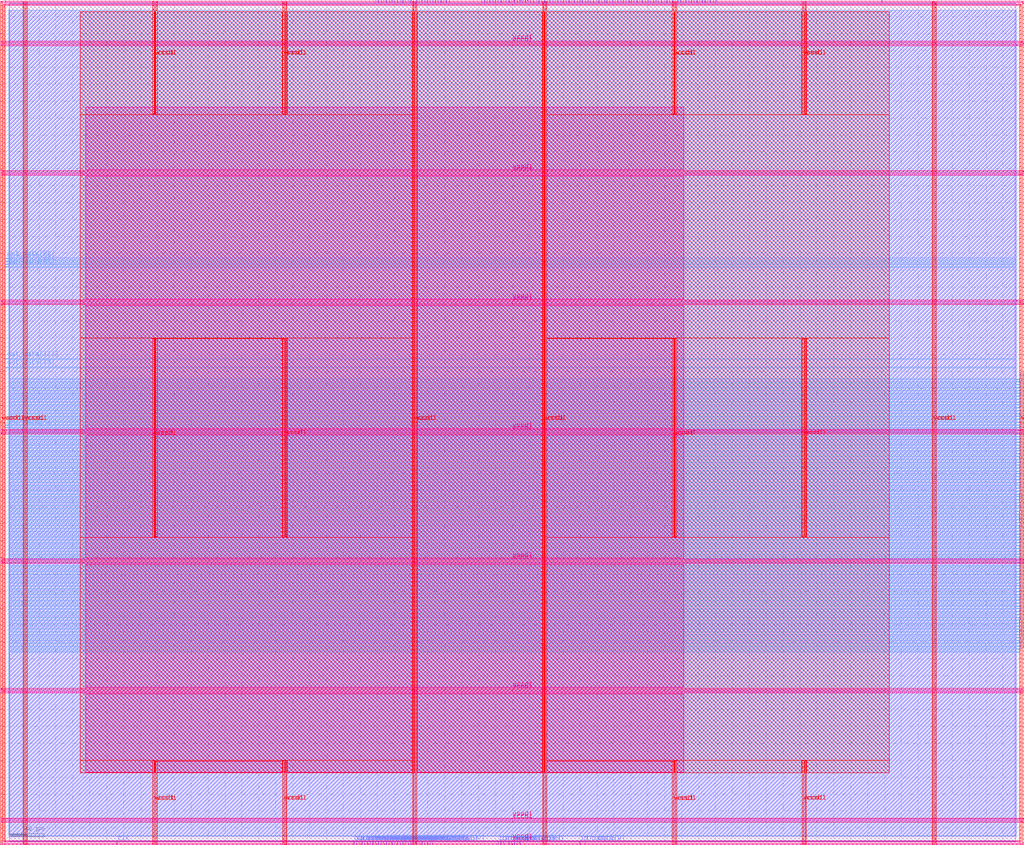
<source format=lef>
VERSION 5.7 ;
  NOWIREEXTENSIONATPIN ON ;
  DIVIDERCHAR "/" ;
  BUSBITCHARS "[]" ;
MACRO subBytes_asic
  CLASS BLOCK ;
  FOREIGN subBytes_asic ;
  ORIGIN 0.000 0.000 ;
  SIZE 1200.000 BY 1000.000 ;
  PIN clk
    DIRECTION INPUT ;
    USE SIGNAL ;
    ANTENNAGATEAREA 0.852000 ;
    ANTENNADIFFAREA 0.434700 ;
    PORT
      LAYER met2 ;
        RECT 132.110 0.000 132.390 4.000 ;
    END
  END clk
  PIN in_data[0]
    DIRECTION INPUT ;
    USE SIGNAL ;
    ANTENNAGATEAREA 0.247500 ;
    PORT
      LAYER met3 ;
        RECT 1196.000 227.840 1200.000 228.440 ;
    END
  END in_data[0]
  PIN in_data[100]
    DIRECTION INPUT ;
    USE SIGNAL ;
    ANTENNAGATEAREA 0.247500 ;
    PORT
      LAYER met3 ;
        RECT 1196.000 550.840 1200.000 551.440 ;
    END
  END in_data[100]
  PIN in_data[101]
    DIRECTION INPUT ;
    USE SIGNAL ;
    ANTENNAGATEAREA 0.247500 ;
    PORT
      LAYER met3 ;
        RECT 1196.000 265.240 1200.000 265.840 ;
    END
  END in_data[101]
  PIN in_data[102]
    DIRECTION INPUT ;
    USE SIGNAL ;
    ANTENNAGATEAREA 0.247500 ;
    PORT
      LAYER met3 ;
        RECT 1196.000 268.640 1200.000 269.240 ;
    END
  END in_data[102]
  PIN in_data[103]
    DIRECTION INPUT ;
    USE SIGNAL ;
    ANTENNAGATEAREA 0.426000 ;
    PORT
      LAYER met3 ;
        RECT 1196.000 275.440 1200.000 276.040 ;
    END
  END in_data[103]
  PIN in_data[104]
    DIRECTION INPUT ;
    USE SIGNAL ;
    ANTENNAGATEAREA 0.247500 ;
    PORT
      LAYER met3 ;
        RECT 1196.000 285.640 1200.000 286.240 ;
    END
  END in_data[104]
  PIN in_data[105]
    DIRECTION INPUT ;
    USE SIGNAL ;
    ANTENNAGATEAREA 0.247500 ;
    PORT
      LAYER met3 ;
        RECT 1196.000 292.440 1200.000 293.040 ;
    END
  END in_data[105]
  PIN in_data[106]
    DIRECTION INPUT ;
    USE SIGNAL ;
    ANTENNAGATEAREA 0.247500 ;
    PORT
      LAYER met3 ;
        RECT 1196.000 282.240 1200.000 282.840 ;
    END
  END in_data[106]
  PIN in_data[107]
    DIRECTION INPUT ;
    USE SIGNAL ;
    ANTENNAGATEAREA 0.247500 ;
    PORT
      LAYER met3 ;
        RECT 1196.000 547.440 1200.000 548.040 ;
    END
  END in_data[107]
  PIN in_data[108]
    DIRECTION INPUT ;
    USE SIGNAL ;
    ANTENNAGATEAREA 0.213000 ;
    PORT
      LAYER met3 ;
        RECT 1196.000 540.640 1200.000 541.240 ;
    END
  END in_data[108]
  PIN in_data[109]
    DIRECTION INPUT ;
    USE SIGNAL ;
    ANTENNAGATEAREA 0.213000 ;
    PORT
      LAYER met3 ;
        RECT 1196.000 438.640 1200.000 439.240 ;
    END
  END in_data[109]
  PIN in_data[10]
    DIRECTION INPUT ;
    USE SIGNAL ;
    ANTENNAGATEAREA 0.247500 ;
    PORT
      LAYER met3 ;
        RECT 1196.000 306.040 1200.000 306.640 ;
    END
  END in_data[10]
  PIN in_data[110]
    DIRECTION INPUT ;
    USE SIGNAL ;
    ANTENNAGATEAREA 0.247500 ;
    PORT
      LAYER met3 ;
        RECT 1196.000 506.640 1200.000 507.240 ;
    END
  END in_data[110]
  PIN in_data[111]
    DIRECTION INPUT ;
    USE SIGNAL ;
    ANTENNAGATEAREA 0.247500 ;
    PORT
      LAYER met3 ;
        RECT 1196.000 261.840 1200.000 262.440 ;
    END
  END in_data[111]
  PIN in_data[112]
    DIRECTION INPUT ;
    USE SIGNAL ;
    ANTENNAGATEAREA 0.247500 ;
    PORT
      LAYER met3 ;
        RECT 1196.000 530.440 1200.000 531.040 ;
    END
  END in_data[112]
  PIN in_data[113]
    DIRECTION INPUT ;
    USE SIGNAL ;
    ANTENNAGATEAREA 0.247500 ;
    PORT
      LAYER met3 ;
        RECT 1196.000 523.640 1200.000 524.240 ;
    END
  END in_data[113]
  PIN in_data[114]
    DIRECTION INPUT ;
    USE SIGNAL ;
    ANTENNAGATEAREA 0.247500 ;
    PORT
      LAYER met3 ;
        RECT 1196.000 527.040 1200.000 527.640 ;
    END
  END in_data[114]
  PIN in_data[115]
    DIRECTION INPUT ;
    USE SIGNAL ;
    ANTENNAGATEAREA 0.247500 ;
    PORT
      LAYER met3 ;
        RECT 1196.000 537.240 1200.000 537.840 ;
    END
  END in_data[115]
  PIN in_data[116]
    DIRECTION INPUT ;
    USE SIGNAL ;
    ANTENNAGATEAREA 0.247500 ;
    PORT
      LAYER met3 ;
        RECT 1196.000 496.440 1200.000 497.040 ;
    END
  END in_data[116]
  PIN in_data[117]
    DIRECTION INPUT ;
    USE SIGNAL ;
    ANTENNAGATEAREA 0.213000 ;
    PORT
      LAYER met2 ;
        RECT 747.130 996.000 747.410 1000.000 ;
    END
  END in_data[117]
  PIN in_data[118]
    DIRECTION INPUT ;
    USE SIGNAL ;
    ANTENNAGATEAREA 0.213000 ;
    PORT
      LAYER met2 ;
        RECT 705.270 996.000 705.550 1000.000 ;
    END
  END in_data[118]
  PIN in_data[119]
    DIRECTION INPUT ;
    USE SIGNAL ;
    ANTENNAGATEAREA 0.213000 ;
    PORT
      LAYER met2 ;
        RECT 724.590 996.000 724.870 1000.000 ;
    END
  END in_data[119]
  PIN in_data[11]
    DIRECTION INPUT ;
    USE SIGNAL ;
    ANTENNAGATEAREA 0.247500 ;
    PORT
      LAYER met3 ;
        RECT 1196.000 231.240 1200.000 231.840 ;
    END
  END in_data[11]
  PIN in_data[120]
    DIRECTION INPUT ;
    USE SIGNAL ;
    ANTENNAGATEAREA 0.247500 ;
    PORT
      LAYER met2 ;
        RECT 776.110 996.000 776.390 1000.000 ;
    END
  END in_data[120]
  PIN in_data[121]
    DIRECTION INPUT ;
    USE SIGNAL ;
    ANTENNAGATEAREA 0.247500 ;
    PORT
      LAYER met2 ;
        RECT 753.570 996.000 753.850 1000.000 ;
    END
  END in_data[121]
  PIN in_data[122]
    DIRECTION INPUT ;
    USE SIGNAL ;
    ANTENNAGATEAREA 0.247500 ;
    PORT
      LAYER met2 ;
        RECT 772.890 996.000 773.170 1000.000 ;
    END
  END in_data[122]
  PIN in_data[123]
    DIRECTION INPUT ;
    USE SIGNAL ;
    ANTENNAGATEAREA 0.247500 ;
    PORT
      LAYER met2 ;
        RECT 840.510 996.000 840.790 1000.000 ;
    END
  END in_data[123]
  PIN in_data[124]
    DIRECTION INPUT ;
    USE SIGNAL ;
    ANTENNAGATEAREA 0.247500 ;
    PORT
      LAYER met2 ;
        RECT 824.410 996.000 824.690 1000.000 ;
    END
  END in_data[124]
  PIN in_data[125]
    DIRECTION INPUT ;
    USE SIGNAL ;
    ANTENNAGATEAREA 0.247500 ;
    PORT
      LAYER met2 ;
        RECT 817.970 996.000 818.250 1000.000 ;
    END
  END in_data[125]
  PIN in_data[126]
    DIRECTION INPUT ;
    USE SIGNAL ;
    ANTENNAGATEAREA 0.247500 ;
    PORT
      LAYER met2 ;
        RECT 760.010 996.000 760.290 1000.000 ;
    END
  END in_data[126]
  PIN in_data[127]
    DIRECTION INPUT ;
    USE SIGNAL ;
    ANTENNAGATEAREA 0.213000 ;
    PORT
      LAYER met3 ;
        RECT 1196.000 445.440 1200.000 446.040 ;
    END
  END in_data[127]
  PIN in_data[12]
    DIRECTION INPUT ;
    USE SIGNAL ;
    ANTENNAGATEAREA 0.213000 ;
    PORT
      LAYER met3 ;
        RECT 1196.000 428.440 1200.000 429.040 ;
    END
  END in_data[12]
  PIN in_data[13]
    DIRECTION INPUT ;
    USE SIGNAL ;
    ANTENNAGATEAREA 0.213000 ;
    PORT
      LAYER met3 ;
        RECT 1196.000 418.240 1200.000 418.840 ;
    END
  END in_data[13]
  PIN in_data[14]
    DIRECTION INPUT ;
    USE SIGNAL ;
    ANTENNAGATEAREA 0.213000 ;
    PORT
      LAYER met3 ;
        RECT 1196.000 435.240 1200.000 435.840 ;
    END
  END in_data[14]
  PIN in_data[15]
    DIRECTION INPUT ;
    USE SIGNAL ;
    ANTENNAGATEAREA 0.213000 ;
    PORT
      LAYER met3 ;
        RECT 1196.000 414.840 1200.000 415.440 ;
    END
  END in_data[15]
  PIN in_data[16]
    DIRECTION INPUT ;
    USE SIGNAL ;
    ANTENNAGATEAREA 0.247500 ;
    PORT
      LAYER met3 ;
        RECT 1196.000 493.040 1200.000 493.640 ;
    END
  END in_data[16]
  PIN in_data[17]
    DIRECTION INPUT ;
    USE SIGNAL ;
    ANTENNAGATEAREA 0.247500 ;
    PORT
      LAYER met3 ;
        RECT 1196.000 482.840 1200.000 483.440 ;
    END
  END in_data[17]
  PIN in_data[18]
    DIRECTION INPUT ;
    USE SIGNAL ;
    ANTENNAGATEAREA 0.247500 ;
    PORT
      LAYER met3 ;
        RECT 1196.000 489.640 1200.000 490.240 ;
    END
  END in_data[18]
  PIN in_data[19]
    DIRECTION INPUT ;
    USE SIGNAL ;
    ANTENNAGATEAREA 0.247500 ;
    PORT
      LAYER met3 ;
        RECT 1196.000 499.840 1200.000 500.440 ;
    END
  END in_data[19]
  PIN in_data[1]
    DIRECTION INPUT ;
    USE SIGNAL ;
    ANTENNAGATEAREA 0.159000 ;
    PORT
      LAYER met2 ;
        RECT 595.790 0.000 596.070 4.000 ;
    END
  END in_data[1]
  PIN in_data[20]
    DIRECTION INPUT ;
    USE SIGNAL ;
    ANTENNAGATEAREA 0.247500 ;
    PORT
      LAYER met3 ;
        RECT 1196.000 533.840 1200.000 534.440 ;
    END
  END in_data[20]
  PIN in_data[21]
    DIRECTION INPUT ;
    USE SIGNAL ;
    ANTENNAGATEAREA 0.213000 ;
    PORT
      LAYER met2 ;
        RECT 676.290 996.000 676.570 1000.000 ;
    END
  END in_data[21]
  PIN in_data[22]
    DIRECTION INPUT ;
    USE SIGNAL ;
    ANTENNAGATEAREA 0.213000 ;
    PORT
      LAYER met2 ;
        RECT 734.250 996.000 734.530 1000.000 ;
    END
  END in_data[22]
  PIN in_data[23]
    DIRECTION INPUT ;
    USE SIGNAL ;
    ANTENNAGATEAREA 0.159000 ;
    PORT
      LAYER met2 ;
        RECT 692.390 996.000 692.670 1000.000 ;
    END
  END in_data[23]
  PIN in_data[24]
    DIRECTION INPUT ;
    USE SIGNAL ;
    ANTENNAGATEAREA 0.247500 ;
    PORT
      LAYER met2 ;
        RECT 801.870 996.000 802.150 1000.000 ;
    END
  END in_data[24]
  PIN in_data[25]
    DIRECTION INPUT ;
    USE SIGNAL ;
    ANTENNAGATEAREA 0.247500 ;
    PORT
      LAYER met2 ;
        RECT 805.090 996.000 805.370 1000.000 ;
    END
  END in_data[25]
  PIN in_data[26]
    DIRECTION INPUT ;
    USE SIGNAL ;
    ANTENNAGATEAREA 0.247500 ;
    PORT
      LAYER met2 ;
        RECT 798.650 996.000 798.930 1000.000 ;
    END
  END in_data[26]
  PIN in_data[27]
    DIRECTION INPUT ;
    USE SIGNAL ;
    ANTENNAGATEAREA 0.247500 ;
    PORT
      LAYER met2 ;
        RECT 814.750 996.000 815.030 1000.000 ;
    END
  END in_data[27]
  PIN in_data[28]
    DIRECTION INPUT ;
    USE SIGNAL ;
    ANTENNAGATEAREA 0.247500 ;
    PORT
      LAYER met2 ;
        RECT 808.310 996.000 808.590 1000.000 ;
    END
  END in_data[28]
  PIN in_data[29]
    DIRECTION INPUT ;
    USE SIGNAL ;
    ANTENNAGATEAREA 0.247500 ;
    PORT
      LAYER met2 ;
        RECT 811.530 996.000 811.810 1000.000 ;
    END
  END in_data[29]
  PIN in_data[2]
    DIRECTION INPUT ;
    USE SIGNAL ;
    ANTENNAGATEAREA 0.213000 ;
    PORT
      LAYER met2 ;
        RECT 589.350 0.000 589.630 4.000 ;
    END
  END in_data[2]
  PIN in_data[30]
    DIRECTION INPUT ;
    USE SIGNAL ;
    ANTENNAGATEAREA 0.247500 ;
    PORT
      LAYER met2 ;
        RECT 795.430 996.000 795.710 1000.000 ;
    END
  END in_data[30]
  PIN in_data[31]
    DIRECTION INPUT ;
    USE SIGNAL ;
    ANTENNAGATEAREA 0.247500 ;
    PORT
      LAYER met2 ;
        RECT 740.690 996.000 740.970 1000.000 ;
    END
  END in_data[31]
  PIN in_data[32]
    DIRECTION INPUT ;
    USE SIGNAL ;
    ANTENNAGATEAREA 0.247500 ;
    PORT
      LAYER met3 ;
        RECT 1196.000 350.240 1200.000 350.840 ;
    END
  END in_data[32]
  PIN in_data[33]
    DIRECTION INPUT ;
    USE SIGNAL ;
    ANTENNAGATEAREA 0.247500 ;
    PORT
      LAYER met3 ;
        RECT 1196.000 299.240 1200.000 299.840 ;
    END
  END in_data[33]
  PIN in_data[34]
    DIRECTION INPUT ;
    USE SIGNAL ;
    ANTENNAGATEAREA 0.247500 ;
    PORT
      LAYER met3 ;
        RECT 1196.000 316.240 1200.000 316.840 ;
    END
  END in_data[34]
  PIN in_data[35]
    DIRECTION INPUT ;
    USE SIGNAL ;
    ANTENNAGATEAREA 0.247500 ;
    PORT
      LAYER met3 ;
        RECT 1196.000 323.040 1200.000 323.640 ;
    END
  END in_data[35]
  PIN in_data[36]
    DIRECTION INPUT ;
    USE SIGNAL ;
    ANTENNAGATEAREA 0.247500 ;
    PORT
      LAYER met3 ;
        RECT 1196.000 391.040 1200.000 391.640 ;
    END
  END in_data[36]
  PIN in_data[37]
    DIRECTION INPUT ;
    USE SIGNAL ;
    ANTENNAGATEAREA 0.247500 ;
    PORT
      LAYER met3 ;
        RECT 1196.000 272.040 1200.000 272.640 ;
    END
  END in_data[37]
  PIN in_data[38]
    DIRECTION INPUT ;
    USE SIGNAL ;
    ANTENNAGATEAREA 0.247500 ;
    PORT
      LAYER met3 ;
        RECT 1196.000 343.440 1200.000 344.040 ;
    END
  END in_data[38]
  PIN in_data[39]
    DIRECTION INPUT ;
    USE SIGNAL ;
    ANTENNAGATEAREA 0.247500 ;
    PORT
      LAYER met3 ;
        RECT 1196.000 353.640 1200.000 354.240 ;
    END
  END in_data[39]
  PIN in_data[3]
    DIRECTION INPUT ;
    USE SIGNAL ;
    ANTENNAGATEAREA 0.159000 ;
    PORT
      LAYER met2 ;
        RECT 599.010 0.000 599.290 4.000 ;
    END
  END in_data[3]
  PIN in_data[40]
    DIRECTION INPUT ;
    USE SIGNAL ;
    ANTENNAGATEAREA 0.247500 ;
    PORT
      LAYER met3 ;
        RECT 1196.000 309.440 1200.000 310.040 ;
    END
  END in_data[40]
  PIN in_data[41]
    DIRECTION INPUT ;
    USE SIGNAL ;
    ANTENNAGATEAREA 0.247500 ;
    PORT
      LAYER met3 ;
        RECT 1196.000 333.240 1200.000 333.840 ;
    END
  END in_data[41]
  PIN in_data[42]
    DIRECTION INPUT ;
    USE SIGNAL ;
    ANTENNAGATEAREA 0.213000 ;
    PORT
      LAYER met3 ;
        RECT 1196.000 363.840 1200.000 364.440 ;
    END
  END in_data[42]
  PIN in_data[43]
    DIRECTION INPUT ;
    USE SIGNAL ;
    ANTENNAGATEAREA 0.213000 ;
    PORT
      LAYER met3 ;
        RECT 1196.000 411.440 1200.000 412.040 ;
    END
  END in_data[43]
  PIN in_data[44]
    DIRECTION INPUT ;
    USE SIGNAL ;
    ANTENNAGATEAREA 0.213000 ;
    PORT
      LAYER met3 ;
        RECT 1196.000 397.840 1200.000 398.440 ;
    END
  END in_data[44]
  PIN in_data[45]
    DIRECTION INPUT ;
    USE SIGNAL ;
    ANTENNAGATEAREA 0.213000 ;
    PORT
      LAYER met3 ;
        RECT 1196.000 425.040 1200.000 425.640 ;
    END
  END in_data[45]
  PIN in_data[46]
    DIRECTION INPUT ;
    USE SIGNAL ;
    ANTENNAGATEAREA 0.213000 ;
    PORT
      LAYER met3 ;
        RECT 1196.000 472.640 1200.000 473.240 ;
    END
  END in_data[46]
  PIN in_data[47]
    DIRECTION INPUT ;
    USE SIGNAL ;
    ANTENNAGATEAREA 0.213000 ;
    PORT
      LAYER met3 ;
        RECT 1196.000 374.040 1200.000 374.640 ;
    END
  END in_data[47]
  PIN in_data[48]
    DIRECTION INPUT ;
    USE SIGNAL ;
    ANTENNAGATEAREA 0.247500 ;
    PORT
      LAYER met3 ;
        RECT 1196.000 469.240 1200.000 469.840 ;
    END
  END in_data[48]
  PIN in_data[49]
    DIRECTION INPUT ;
    USE SIGNAL ;
    ANTENNAGATEAREA 0.247500 ;
    PORT
      LAYER met3 ;
        RECT 1196.000 459.040 1200.000 459.640 ;
    END
  END in_data[49]
  PIN in_data[4]
    DIRECTION INPUT ;
    USE SIGNAL ;
    ANTENNAGATEAREA 0.247500 ;
    PORT
      LAYER met3 ;
        RECT 1196.000 336.640 1200.000 337.240 ;
    END
  END in_data[4]
  PIN in_data[50]
    DIRECTION INPUT ;
    USE SIGNAL ;
    ANTENNAGATEAREA 0.247500 ;
    PORT
      LAYER met3 ;
        RECT 1196.000 455.640 1200.000 456.240 ;
    END
  END in_data[50]
  PIN in_data[51]
    DIRECTION INPUT ;
    USE SIGNAL ;
    ANTENNAGATEAREA 0.247500 ;
    PORT
      LAYER met3 ;
        RECT 1196.000 465.840 1200.000 466.440 ;
    END
  END in_data[51]
  PIN in_data[52]
    DIRECTION INPUT ;
    USE SIGNAL ;
    ANTENNAGATEAREA 0.247500 ;
    PORT
      LAYER met3 ;
        RECT 1196.000 476.040 1200.000 476.640 ;
    END
  END in_data[52]
  PIN in_data[53]
    DIRECTION INPUT ;
    USE SIGNAL ;
    ANTENNAGATEAREA 0.213000 ;
    PORT
      LAYER met2 ;
        RECT 698.830 996.000 699.110 1000.000 ;
    END
  END in_data[53]
  PIN in_data[54]
    DIRECTION INPUT ;
    USE SIGNAL ;
    ANTENNAGATEAREA 0.213000 ;
    PORT
      LAYER met2 ;
        RECT 718.150 996.000 718.430 1000.000 ;
    END
  END in_data[54]
  PIN in_data[55]
    DIRECTION INPUT ;
    USE SIGNAL ;
    ANTENNAGATEAREA 0.213000 ;
    PORT
      LAYER met2 ;
        RECT 721.370 996.000 721.650 1000.000 ;
    END
  END in_data[55]
  PIN in_data[56]
    DIRECTION INPUT ;
    USE SIGNAL ;
    ANTENNAGATEAREA 0.247500 ;
    PORT
      LAYER met2 ;
        RECT 827.630 996.000 827.910 1000.000 ;
    END
  END in_data[56]
  PIN in_data[57]
    DIRECTION INPUT ;
    USE SIGNAL ;
    ANTENNAGATEAREA 0.247500 ;
    PORT
      LAYER met2 ;
        RECT 830.850 996.000 831.130 1000.000 ;
    END
  END in_data[57]
  PIN in_data[58]
    DIRECTION INPUT ;
    USE SIGNAL ;
    ANTENNAGATEAREA 0.247500 ;
    PORT
      LAYER met2 ;
        RECT 834.070 996.000 834.350 1000.000 ;
    END
  END in_data[58]
  PIN in_data[59]
    DIRECTION INPUT ;
    USE SIGNAL ;
    ANTENNAGATEAREA 0.247500 ;
    PORT
      LAYER met2 ;
        RECT 785.770 996.000 786.050 1000.000 ;
    END
  END in_data[59]
  PIN in_data[5]
    DIRECTION INPUT ;
    USE SIGNAL ;
    ANTENNAGATEAREA 0.159000 ;
    PORT
      LAYER met2 ;
        RECT 602.230 0.000 602.510 4.000 ;
    END
  END in_data[5]
  PIN in_data[60]
    DIRECTION INPUT ;
    USE SIGNAL ;
    ANTENNAGATEAREA 0.247500 ;
    PORT
      LAYER met2 ;
        RECT 792.210 996.000 792.490 1000.000 ;
    END
  END in_data[60]
  PIN in_data[61]
    DIRECTION INPUT ;
    USE SIGNAL ;
    ANTENNAGATEAREA 0.247500 ;
    PORT
      LAYER met2 ;
        RECT 788.990 996.000 789.270 1000.000 ;
    END
  END in_data[61]
  PIN in_data[62]
    DIRECTION INPUT ;
    USE SIGNAL ;
    ANTENNAGATEAREA 0.247500 ;
    PORT
      LAYER met2 ;
        RECT 779.330 996.000 779.610 1000.000 ;
    END
  END in_data[62]
  PIN in_data[63]
    DIRECTION INPUT ;
    USE SIGNAL ;
    ANTENNAGATEAREA 0.213000 ;
    PORT
      LAYER met3 ;
        RECT 1196.000 513.440 1200.000 514.040 ;
    END
  END in_data[63]
  PIN in_data[64]
    DIRECTION INPUT ;
    USE SIGNAL ;
    ANTENNAGATEAREA 0.247500 ;
    PORT
      LAYER met3 ;
        RECT 1196.000 360.440 1200.000 361.040 ;
    END
  END in_data[64]
  PIN in_data[65]
    DIRECTION INPUT ;
    USE SIGNAL ;
    ANTENNAGATEAREA 0.247500 ;
    PORT
      LAYER met3 ;
        RECT 1196.000 295.840 1200.000 296.440 ;
    END
  END in_data[65]
  PIN in_data[66]
    DIRECTION INPUT ;
    USE SIGNAL ;
    ANTENNAGATEAREA 0.159000 ;
    PORT
      LAYER met2 ;
        RECT 605.450 0.000 605.730 4.000 ;
    END
  END in_data[66]
  PIN in_data[67]
    DIRECTION INPUT ;
    USE SIGNAL ;
    ANTENNAGATEAREA 0.426000 ;
    PORT
      LAYER met3 ;
        RECT 1196.000 302.640 1200.000 303.240 ;
    END
  END in_data[67]
  PIN in_data[68]
    DIRECTION INPUT ;
    USE SIGNAL ;
    ANTENNAGATEAREA 0.247500 ;
    PORT
      LAYER met3 ;
        RECT 1196.000 367.240 1200.000 367.840 ;
    END
  END in_data[68]
  PIN in_data[69]
    DIRECTION INPUT ;
    USE SIGNAL ;
    ANTENNAGATEAREA 0.247500 ;
    PORT
      LAYER met3 ;
        RECT 1196.000 326.440 1200.000 327.040 ;
    END
  END in_data[69]
  PIN in_data[6]
    DIRECTION INPUT ;
    USE SIGNAL ;
    ANTENNAGATEAREA 0.159000 ;
    PORT
      LAYER met2 ;
        RECT 582.910 0.000 583.190 4.000 ;
    END
  END in_data[6]
  PIN in_data[70]
    DIRECTION INPUT ;
    USE SIGNAL ;
    ANTENNAGATEAREA 0.247500 ;
    PORT
      LAYER met3 ;
        RECT 1196.000 340.040 1200.000 340.640 ;
    END
  END in_data[70]
  PIN in_data[71]
    DIRECTION INPUT ;
    USE SIGNAL ;
    ANTENNAGATEAREA 0.247500 ;
    PORT
      LAYER met3 ;
        RECT 1196.000 346.840 1200.000 347.440 ;
    END
  END in_data[71]
  PIN in_data[72]
    DIRECTION INPUT ;
    USE SIGNAL ;
    ANTENNAGATEAREA 0.247500 ;
    PORT
      LAYER met3 ;
        RECT 1196.000 312.840 1200.000 313.440 ;
    END
  END in_data[72]
  PIN in_data[73]
    DIRECTION INPUT ;
    USE SIGNAL ;
    ANTENNAGATEAREA 0.247500 ;
    PORT
      LAYER met3 ;
        RECT 1196.000 289.040 1200.000 289.640 ;
    END
  END in_data[73]
  PIN in_data[74]
    DIRECTION INPUT ;
    USE SIGNAL ;
    ANTENNAGATEAREA 0.247500 ;
    PORT
      LAYER met3 ;
        RECT 1196.000 278.840 1200.000 279.440 ;
    END
  END in_data[74]
  PIN in_data[75]
    DIRECTION INPUT ;
    USE SIGNAL ;
    ANTENNAGATEAREA 0.213000 ;
    PORT
      LAYER met3 ;
        RECT 1196.000 421.640 1200.000 422.240 ;
    END
  END in_data[75]
  PIN in_data[76]
    DIRECTION INPUT ;
    USE SIGNAL ;
    ANTENNAGATEAREA 0.213000 ;
    PORT
      LAYER met3 ;
        RECT 1196.000 394.440 1200.000 395.040 ;
    END
  END in_data[76]
  PIN in_data[77]
    DIRECTION INPUT ;
    USE SIGNAL ;
    ANTENNAGATEAREA 0.213000 ;
    PORT
      LAYER met3 ;
        RECT 1196.000 431.840 1200.000 432.440 ;
    END
  END in_data[77]
  PIN in_data[78]
    DIRECTION INPUT ;
    USE SIGNAL ;
    ANTENNAGATEAREA 0.213000 ;
    PORT
      LAYER met3 ;
        RECT 1196.000 442.040 1200.000 442.640 ;
    END
  END in_data[78]
  PIN in_data[79]
    DIRECTION INPUT ;
    USE SIGNAL ;
    ANTENNAGATEAREA 0.247500 ;
    PORT
      LAYER met3 ;
        RECT 1196.000 238.040 1200.000 238.640 ;
    END
  END in_data[79]
  PIN in_data[7]
    DIRECTION INPUT ;
    USE SIGNAL ;
    ANTENNAGATEAREA 0.159000 ;
    PORT
      LAYER met2 ;
        RECT 586.130 0.000 586.410 4.000 ;
    END
  END in_data[7]
  PIN in_data[80]
    DIRECTION INPUT ;
    USE SIGNAL ;
    ANTENNAGATEAREA 0.247500 ;
    PORT
      LAYER met3 ;
        RECT 1196.000 479.440 1200.000 480.040 ;
    END
  END in_data[80]
  PIN in_data[81]
    DIRECTION INPUT ;
    USE SIGNAL ;
    ANTENNAGATEAREA 0.247500 ;
    PORT
      LAYER met3 ;
        RECT 1196.000 503.240 1200.000 503.840 ;
    END
  END in_data[81]
  PIN in_data[82]
    DIRECTION INPUT ;
    USE SIGNAL ;
    ANTENNAGATEAREA 0.247500 ;
    PORT
      LAYER met3 ;
        RECT 1196.000 462.440 1200.000 463.040 ;
    END
  END in_data[82]
  PIN in_data[83]
    DIRECTION INPUT ;
    USE SIGNAL ;
    ANTENNAGATEAREA 0.247500 ;
    PORT
      LAYER met3 ;
        RECT 1196.000 520.240 1200.000 520.840 ;
    END
  END in_data[83]
  PIN in_data[84]
    DIRECTION INPUT ;
    USE SIGNAL ;
    ANTENNAGATEAREA 0.247500 ;
    PORT
      LAYER met3 ;
        RECT 1196.000 486.240 1200.000 486.840 ;
    END
  END in_data[84]
  PIN in_data[85]
    DIRECTION INPUT ;
    USE SIGNAL ;
    ANTENNAGATEAREA 0.213000 ;
    PORT
      LAYER met2 ;
        RECT 695.610 996.000 695.890 1000.000 ;
    END
  END in_data[85]
  PIN in_data[86]
    DIRECTION INPUT ;
    USE SIGNAL ;
    ANTENNAGATEAREA 0.213000 ;
    PORT
      LAYER met2 ;
        RECT 702.050 996.000 702.330 1000.000 ;
    END
  END in_data[86]
  PIN in_data[87]
    DIRECTION INPUT ;
    USE SIGNAL ;
    ANTENNAGATEAREA 0.213000 ;
    PORT
      LAYER met2 ;
        RECT 714.930 996.000 715.210 1000.000 ;
    END
  END in_data[87]
  PIN in_data[88]
    DIRECTION INPUT ;
    USE SIGNAL ;
    ANTENNAGATEAREA 0.247500 ;
    PORT
      LAYER met2 ;
        RECT 756.790 996.000 757.070 1000.000 ;
    END
  END in_data[88]
  PIN in_data[89]
    DIRECTION INPUT ;
    USE SIGNAL ;
    ANTENNAGATEAREA 0.247500 ;
    PORT
      LAYER met2 ;
        RECT 763.230 996.000 763.510 1000.000 ;
    END
  END in_data[89]
  PIN in_data[8]
    DIRECTION INPUT ;
    USE SIGNAL ;
    ANTENNAGATEAREA 0.213000 ;
    PORT
      LAYER met2 ;
        RECT 679.510 0.000 679.790 4.000 ;
    END
  END in_data[8]
  PIN in_data[90]
    DIRECTION INPUT ;
    USE SIGNAL ;
    ANTENNAGATEAREA 0.247500 ;
    PORT
      LAYER met2 ;
        RECT 769.670 996.000 769.950 1000.000 ;
    END
  END in_data[90]
  PIN in_data[91]
    DIRECTION INPUT ;
    USE SIGNAL ;
    ANTENNAGATEAREA 0.247500 ;
    PORT
      LAYER met2 ;
        RECT 837.290 996.000 837.570 1000.000 ;
    END
  END in_data[91]
  PIN in_data[92]
    DIRECTION INPUT ;
    USE SIGNAL ;
    ANTENNAGATEAREA 0.247500 ;
    PORT
      LAYER met2 ;
        RECT 782.550 996.000 782.830 1000.000 ;
    END
  END in_data[92]
  PIN in_data[93]
    DIRECTION INPUT ;
    USE SIGNAL ;
    ANTENNAGATEAREA 0.247500 ;
    PORT
      LAYER met2 ;
        RECT 821.190 996.000 821.470 1000.000 ;
    END
  END in_data[93]
  PIN in_data[94]
    DIRECTION INPUT ;
    USE SIGNAL ;
    ANTENNAGATEAREA 0.247500 ;
    PORT
      LAYER met2 ;
        RECT 766.450 996.000 766.730 1000.000 ;
    END
  END in_data[94]
  PIN in_data[95]
    DIRECTION INPUT ;
    USE SIGNAL ;
    ANTENNAGATEAREA 0.247500 ;
    PORT
      LAYER met3 ;
        RECT 1196.000 448.840 1200.000 449.440 ;
    END
  END in_data[95]
  PIN in_data[96]
    DIRECTION INPUT ;
    USE SIGNAL ;
    ANTENNAGATEAREA 0.247500 ;
    PORT
      LAYER met3 ;
        RECT 1196.000 357.040 1200.000 357.640 ;
    END
  END in_data[96]
  PIN in_data[97]
    DIRECTION INPUT ;
    USE SIGNAL ;
    ANTENNAGATEAREA 0.247500 ;
    PORT
      LAYER met3 ;
        RECT 1196.000 329.840 1200.000 330.440 ;
    END
  END in_data[97]
  PIN in_data[98]
    DIRECTION INPUT ;
    USE SIGNAL ;
    ANTENNAGATEAREA 0.159000 ;
    PORT
      LAYER met2 ;
        RECT 608.670 0.000 608.950 4.000 ;
    END
  END in_data[98]
  PIN in_data[99]
    DIRECTION INPUT ;
    USE SIGNAL ;
    ANTENNAGATEAREA 0.247500 ;
    PORT
      LAYER met3 ;
        RECT 1196.000 319.640 1200.000 320.240 ;
    END
  END in_data[99]
  PIN in_data[9]
    DIRECTION INPUT ;
    USE SIGNAL ;
    ANTENNAGATEAREA 0.159000 ;
    PORT
      LAYER met2 ;
        RECT 685.950 0.000 686.230 4.000 ;
    END
  END in_data[9]
  PIN in_ready
    DIRECTION INPUT ;
    USE SIGNAL ;
    ANTENNAGATEAREA 0.247500 ;
    PORT
      LAYER met3 ;
        RECT 1196.000 516.840 1200.000 517.440 ;
    END
  END in_ready
  PIN out_data[0]
    DIRECTION OUTPUT TRISTATE ;
    USE SIGNAL ;
    ANTENNADIFFAREA 0.795200 ;
    PORT
      LAYER met3 ;
        RECT 0.000 493.040 4.000 493.640 ;
    END
  END out_data[0]
  PIN out_data[100]
    DIRECTION OUTPUT TRISTATE ;
    USE SIGNAL ;
    ANTENNADIFFAREA 0.795200 ;
    PORT
      LAYER met2 ;
        RECT 505.630 0.000 505.910 4.000 ;
    END
  END out_data[100]
  PIN out_data[101]
    DIRECTION OUTPUT TRISTATE ;
    USE SIGNAL ;
    ANTENNADIFFAREA 0.795200 ;
    PORT
      LAYER met2 ;
        RECT 473.430 0.000 473.710 4.000 ;
    END
  END out_data[101]
  PIN out_data[102]
    DIRECTION OUTPUT TRISTATE ;
    USE SIGNAL ;
    ANTENNADIFFAREA 0.795200 ;
    PORT
      LAYER met2 ;
        RECT 412.250 0.000 412.530 4.000 ;
    END
  END out_data[102]
  PIN out_data[103]
    DIRECTION OUTPUT TRISTATE ;
    USE SIGNAL ;
    ANTENNADIFFAREA 0.795200 ;
    PORT
      LAYER met2 ;
        RECT 444.450 0.000 444.730 4.000 ;
    END
  END out_data[103]
  PIN out_data[104]
    DIRECTION OUTPUT TRISTATE ;
    USE SIGNAL ;
    ANTENNADIFFAREA 0.445500 ;
    PORT
      LAYER met3 ;
        RECT 1196.000 401.240 1200.000 401.840 ;
    END
  END out_data[104]
  PIN out_data[105]
    DIRECTION OUTPUT TRISTATE ;
    USE SIGNAL ;
    ANTENNADIFFAREA 0.795200 ;
    PORT
      LAYER met3 ;
        RECT 1196.000 234.640 1200.000 235.240 ;
    END
  END out_data[105]
  PIN out_data[106]
    DIRECTION OUTPUT TRISTATE ;
    USE SIGNAL ;
    ANTENNADIFFAREA 0.795200 ;
    PORT
      LAYER met3 ;
        RECT 1196.000 255.040 1200.000 255.640 ;
    END
  END out_data[106]
  PIN out_data[107]
    DIRECTION OUTPUT TRISTATE ;
    USE SIGNAL ;
    ANTENNADIFFAREA 0.795200 ;
    PORT
      LAYER met3 ;
        RECT 1196.000 241.440 1200.000 242.040 ;
    END
  END out_data[107]
  PIN out_data[108]
    DIRECTION OUTPUT TRISTATE ;
    USE SIGNAL ;
    ANTENNADIFFAREA 0.445500 ;
    PORT
      LAYER met3 ;
        RECT 1196.000 452.240 1200.000 452.840 ;
    END
  END out_data[108]
  PIN out_data[109]
    DIRECTION OUTPUT TRISTATE ;
    USE SIGNAL ;
    ANTENNADIFFAREA 0.795200 ;
    PORT
      LAYER met2 ;
        RECT 563.590 996.000 563.870 1000.000 ;
    END
  END out_data[109]
  PIN out_data[10]
    DIRECTION OUTPUT TRISTATE ;
    USE SIGNAL ;
    ANTENNADIFFAREA 0.445500 ;
    PORT
      LAYER met3 ;
        RECT 1196.000 251.640 1200.000 252.240 ;
    END
  END out_data[10]
  PIN out_data[110]
    DIRECTION OUTPUT TRISTATE ;
    USE SIGNAL ;
    ANTENNADIFFAREA 0.795200 ;
    PORT
      LAYER met2 ;
        RECT 589.350 996.000 589.630 1000.000 ;
    END
  END out_data[110]
  PIN out_data[111]
    DIRECTION OUTPUT TRISTATE ;
    USE SIGNAL ;
    ANTENNADIFFAREA 0.795200 ;
    PORT
      LAYER met3 ;
        RECT 0.000 574.640 4.000 575.240 ;
    END
  END out_data[111]
  PIN out_data[112]
    DIRECTION OUTPUT TRISTATE ;
    USE SIGNAL ;
    ANTENNADIFFAREA 0.795200 ;
    PORT
      LAYER met2 ;
        RECT 476.650 996.000 476.930 1000.000 ;
    END
  END out_data[112]
  PIN out_data[113]
    DIRECTION OUTPUT TRISTATE ;
    USE SIGNAL ;
    ANTENNADIFFAREA 0.795200 ;
    PORT
      LAYER met2 ;
        RECT 466.990 996.000 467.270 1000.000 ;
    END
  END out_data[113]
  PIN out_data[114]
    DIRECTION OUTPUT TRISTATE ;
    USE SIGNAL ;
    ANTENNADIFFAREA 0.795200 ;
    PORT
      LAYER met2 ;
        RECT 463.770 996.000 464.050 1000.000 ;
    END
  END out_data[114]
  PIN out_data[115]
    DIRECTION OUTPUT TRISTATE ;
    USE SIGNAL ;
    ANTENNADIFFAREA 0.795200 ;
    PORT
      LAYER met2 ;
        RECT 438.010 996.000 438.290 1000.000 ;
    END
  END out_data[115]
  PIN out_data[116]
    DIRECTION OUTPUT TRISTATE ;
    USE SIGNAL ;
    ANTENNADIFFAREA 0.795200 ;
    PORT
      LAYER met2 ;
        RECT 447.670 996.000 447.950 1000.000 ;
    END
  END out_data[116]
  PIN out_data[117]
    DIRECTION OUTPUT TRISTATE ;
    USE SIGNAL ;
    ANTENNADIFFAREA 0.795200 ;
    PORT
      LAYER met2 ;
        RECT 454.110 996.000 454.390 1000.000 ;
    END
  END out_data[117]
  PIN out_data[118]
    DIRECTION OUTPUT TRISTATE ;
    USE SIGNAL ;
    ANTENNADIFFAREA 0.795200 ;
    PORT
      LAYER met2 ;
        RECT 460.550 996.000 460.830 1000.000 ;
    END
  END out_data[118]
  PIN out_data[119]
    DIRECTION OUTPUT TRISTATE ;
    USE SIGNAL ;
    ANTENNADIFFAREA 0.795200 ;
    PORT
      LAYER met2 ;
        RECT 524.950 996.000 525.230 1000.000 ;
    END
  END out_data[119]
  PIN out_data[11]
    DIRECTION OUTPUT TRISTATE ;
    USE SIGNAL ;
    ANTENNADIFFAREA 0.795200 ;
    PORT
      LAYER met3 ;
        RECT 1196.000 384.240 1200.000 384.840 ;
    END
  END out_data[11]
  PIN out_data[120]
    DIRECTION OUTPUT TRISTATE ;
    USE SIGNAL ;
    ANTENNADIFFAREA 0.795200 ;
    PORT
      LAYER met2 ;
        RECT 689.170 996.000 689.450 1000.000 ;
    END
  END out_data[120]
  PIN out_data[121]
    DIRECTION OUTPUT TRISTATE ;
    USE SIGNAL ;
    ANTENNADIFFAREA 0.795200 ;
    PORT
      LAYER met2 ;
        RECT 727.810 996.000 728.090 1000.000 ;
    END
  END out_data[121]
  PIN out_data[122]
    DIRECTION OUTPUT TRISTATE ;
    USE SIGNAL ;
    ANTENNADIFFAREA 0.795200 ;
    PORT
      LAYER met2 ;
        RECT 685.950 996.000 686.230 1000.000 ;
    END
  END out_data[122]
  PIN out_data[123]
    DIRECTION OUTPUT TRISTATE ;
    USE SIGNAL ;
    ANTENNADIFFAREA 0.795200 ;
    PORT
      LAYER met2 ;
        RECT 737.470 996.000 737.750 1000.000 ;
    END
  END out_data[123]
  PIN out_data[124]
    DIRECTION OUTPUT TRISTATE ;
    USE SIGNAL ;
    ANTENNADIFFAREA 0.795200 ;
    PORT
      LAYER met2 ;
        RECT 673.070 996.000 673.350 1000.000 ;
    END
  END out_data[124]
  PIN out_data[125]
    DIRECTION OUTPUT TRISTATE ;
    USE SIGNAL ;
    ANTENNADIFFAREA 0.795200 ;
    PORT
      LAYER met2 ;
        RECT 679.510 996.000 679.790 1000.000 ;
    END
  END out_data[125]
  PIN out_data[126]
    DIRECTION OUTPUT TRISTATE ;
    USE SIGNAL ;
    ANTENNADIFFAREA 0.795200 ;
    PORT
      LAYER met2 ;
        RECT 647.310 996.000 647.590 1000.000 ;
    END
  END out_data[126]
  PIN out_data[127]
    DIRECTION OUTPUT TRISTATE ;
    USE SIGNAL ;
    ANTENNADIFFAREA 0.795200 ;
    PORT
      LAYER met2 ;
        RECT 621.550 996.000 621.830 1000.000 ;
    END
  END out_data[127]
  PIN out_data[12]
    DIRECTION OUTPUT TRISTATE ;
    USE SIGNAL ;
    ANTENNADIFFAREA 0.795200 ;
    PORT
      LAYER met2 ;
        RECT 586.130 996.000 586.410 1000.000 ;
    END
  END out_data[12]
  PIN out_data[13]
    DIRECTION OUTPUT TRISTATE ;
    USE SIGNAL ;
    ANTENNADIFFAREA 0.795200 ;
    PORT
      LAYER met2 ;
        RECT 618.330 996.000 618.610 1000.000 ;
    END
  END out_data[13]
  PIN out_data[14]
    DIRECTION OUTPUT TRISTATE ;
    USE SIGNAL ;
    ANTENNADIFFAREA 0.795200 ;
    PORT
      LAYER met2 ;
        RECT 624.770 996.000 625.050 1000.000 ;
    END
  END out_data[14]
  PIN out_data[15]
    DIRECTION OUTPUT TRISTATE ;
    USE SIGNAL ;
    ANTENNADIFFAREA 0.795200 ;
    PORT
      LAYER met2 ;
        RECT 595.790 996.000 596.070 1000.000 ;
    END
  END out_data[15]
  PIN out_data[16]
    DIRECTION OUTPUT TRISTATE ;
    USE SIGNAL ;
    ANTENNADIFFAREA 0.795200 ;
    PORT
      LAYER met2 ;
        RECT 512.070 996.000 512.350 1000.000 ;
    END
  END out_data[16]
  PIN out_data[17]
    DIRECTION OUTPUT TRISTATE ;
    USE SIGNAL ;
    ANTENNADIFFAREA 0.795200 ;
    PORT
      LAYER met2 ;
        RECT 486.310 996.000 486.590 1000.000 ;
    END
  END out_data[17]
  PIN out_data[18]
    DIRECTION OUTPUT TRISTATE ;
    USE SIGNAL ;
    ANTENNADIFFAREA 0.795200 ;
    PORT
      LAYER met2 ;
        RECT 473.430 996.000 473.710 1000.000 ;
    END
  END out_data[18]
  PIN out_data[19]
    DIRECTION OUTPUT TRISTATE ;
    USE SIGNAL ;
    ANTENNADIFFAREA 0.795200 ;
    PORT
      LAYER met2 ;
        RECT 470.210 996.000 470.490 1000.000 ;
    END
  END out_data[19]
  PIN out_data[1]
    DIRECTION OUTPUT TRISTATE ;
    USE SIGNAL ;
    ANTENNADIFFAREA 0.795200 ;
    PORT
      LAYER met3 ;
        RECT 0.000 496.440 4.000 497.040 ;
    END
  END out_data[1]
  PIN out_data[20]
    DIRECTION OUTPUT TRISTATE ;
    USE SIGNAL ;
    ANTENNADIFFAREA 0.795200 ;
    PORT
      LAYER met2 ;
        RECT 457.330 996.000 457.610 1000.000 ;
    END
  END out_data[20]
  PIN out_data[21]
    DIRECTION OUTPUT TRISTATE ;
    USE SIGNAL ;
    ANTENNADIFFAREA 0.795200 ;
    PORT
      LAYER met2 ;
        RECT 450.890 996.000 451.170 1000.000 ;
    END
  END out_data[21]
  PIN out_data[22]
    DIRECTION OUTPUT TRISTATE ;
    USE SIGNAL ;
    ANTENNADIFFAREA 0.795200 ;
    PORT
      LAYER met2 ;
        RECT 508.850 996.000 509.130 1000.000 ;
    END
  END out_data[22]
  PIN out_data[23]
    DIRECTION OUTPUT TRISTATE ;
    USE SIGNAL ;
    ANTENNADIFFAREA 0.795200 ;
    PORT
      LAYER met2 ;
        RECT 521.730 996.000 522.010 1000.000 ;
    END
  END out_data[23]
  PIN out_data[24]
    DIRECTION OUTPUT TRISTATE ;
    USE SIGNAL ;
    ANTENNADIFFAREA 0.795200 ;
    PORT
      LAYER met2 ;
        RECT 731.030 996.000 731.310 1000.000 ;
    END
  END out_data[24]
  PIN out_data[25]
    DIRECTION OUTPUT TRISTATE ;
    USE SIGNAL ;
    ANTENNADIFFAREA 0.795200 ;
    PORT
      LAYER met2 ;
        RECT 743.910 996.000 744.190 1000.000 ;
    END
  END out_data[25]
  PIN out_data[26]
    DIRECTION OUTPUT TRISTATE ;
    USE SIGNAL ;
    ANTENNADIFFAREA 0.795200 ;
    PORT
      LAYER met2 ;
        RECT 579.690 996.000 579.970 1000.000 ;
    END
  END out_data[26]
  PIN out_data[27]
    DIRECTION OUTPUT TRISTATE ;
    USE SIGNAL ;
    ANTENNADIFFAREA 0.795200 ;
    PORT
      LAYER met2 ;
        RECT 666.630 996.000 666.910 1000.000 ;
    END
  END out_data[27]
  PIN out_data[28]
    DIRECTION OUTPUT TRISTATE ;
    USE SIGNAL ;
    ANTENNADIFFAREA 0.795200 ;
    PORT
      LAYER met2 ;
        RECT 570.030 996.000 570.310 1000.000 ;
    END
  END out_data[28]
  PIN out_data[29]
    DIRECTION OUTPUT TRISTATE ;
    USE SIGNAL ;
    ANTENNADIFFAREA 0.795200 ;
    PORT
      LAYER met2 ;
        RECT 631.210 996.000 631.490 1000.000 ;
    END
  END out_data[29]
  PIN out_data[2]
    DIRECTION OUTPUT TRISTATE ;
    USE SIGNAL ;
    ANTENNADIFFAREA 0.795200 ;
    PORT
      LAYER met2 ;
        RECT 457.330 0.000 457.610 4.000 ;
    END
  END out_data[2]
  PIN out_data[30]
    DIRECTION OUTPUT TRISTATE ;
    USE SIGNAL ;
    ANTENNADIFFAREA 0.795200 ;
    PORT
      LAYER met2 ;
        RECT 615.110 996.000 615.390 1000.000 ;
    END
  END out_data[30]
  PIN out_data[31]
    DIRECTION OUTPUT TRISTATE ;
    USE SIGNAL ;
    ANTENNADIFFAREA 0.795200 ;
    PORT
      LAYER met2 ;
        RECT 573.250 996.000 573.530 1000.000 ;
    END
  END out_data[31]
  PIN out_data[32]
    DIRECTION OUTPUT TRISTATE ;
    USE SIGNAL ;
    ANTENNADIFFAREA 0.795200 ;
    PORT
      LAYER met2 ;
        RECT 499.190 0.000 499.470 4.000 ;
    END
  END out_data[32]
  PIN out_data[33]
    DIRECTION OUTPUT TRISTATE ;
    USE SIGNAL ;
    ANTENNADIFFAREA 0.795200 ;
    PORT
      LAYER met2 ;
        RECT 495.970 0.000 496.250 4.000 ;
    END
  END out_data[33]
  PIN out_data[34]
    DIRECTION OUTPUT TRISTATE ;
    USE SIGNAL ;
    ANTENNADIFFAREA 0.795200 ;
    PORT
      LAYER met2 ;
        RECT 466.990 0.000 467.270 4.000 ;
    END
  END out_data[34]
  PIN out_data[35]
    DIRECTION OUTPUT TRISTATE ;
    USE SIGNAL ;
    ANTENNADIFFAREA 0.795200 ;
    PORT
      LAYER met2 ;
        RECT 470.210 0.000 470.490 4.000 ;
    END
  END out_data[35]
  PIN out_data[36]
    DIRECTION OUTPUT TRISTATE ;
    USE SIGNAL ;
    ANTENNADIFFAREA 0.795200 ;
    PORT
      LAYER met2 ;
        RECT 454.110 0.000 454.390 4.000 ;
    END
  END out_data[36]
  PIN out_data[37]
    DIRECTION OUTPUT TRISTATE ;
    USE SIGNAL ;
    ANTENNADIFFAREA 0.795200 ;
    PORT
      LAYER met2 ;
        RECT 415.470 0.000 415.750 4.000 ;
    END
  END out_data[37]
  PIN out_data[38]
    DIRECTION OUTPUT TRISTATE ;
    USE SIGNAL ;
    ANTENNADIFFAREA 0.795200 ;
    PORT
      LAYER met2 ;
        RECT 418.690 0.000 418.970 4.000 ;
    END
  END out_data[38]
  PIN out_data[39]
    DIRECTION OUTPUT TRISTATE ;
    USE SIGNAL ;
    ANTENNADIFFAREA 0.795200 ;
    PORT
      LAYER met2 ;
        RECT 425.130 0.000 425.410 4.000 ;
    END
  END out_data[39]
  PIN out_data[3]
    DIRECTION OUTPUT TRISTATE ;
    USE SIGNAL ;
    ANTENNADIFFAREA 0.795200 ;
    PORT
      LAYER met2 ;
        RECT 463.770 0.000 464.050 4.000 ;
    END
  END out_data[3]
  PIN out_data[40]
    DIRECTION OUTPUT TRISTATE ;
    USE SIGNAL ;
    ANTENNADIFFAREA 0.795200 ;
    PORT
      LAYER met3 ;
        RECT 1196.000 408.040 1200.000 408.640 ;
    END
  END out_data[40]
  PIN out_data[41]
    DIRECTION OUTPUT TRISTATE ;
    USE SIGNAL ;
    ANTENNADIFFAREA 0.795200 ;
    PORT
      LAYER met3 ;
        RECT 1196.000 380.840 1200.000 381.440 ;
    END
  END out_data[41]
  PIN out_data[42]
    DIRECTION OUTPUT TRISTATE ;
    USE SIGNAL ;
    ANTENNADIFFAREA 0.445500 ;
    PORT
      LAYER met3 ;
        RECT 1196.000 258.440 1200.000 259.040 ;
    END
  END out_data[42]
  PIN out_data[43]
    DIRECTION OUTPUT TRISTATE ;
    USE SIGNAL ;
    ANTENNADIFFAREA 0.795200 ;
    PORT
      LAYER met3 ;
        RECT 1196.000 248.240 1200.000 248.840 ;
    END
  END out_data[43]
  PIN out_data[44]
    DIRECTION OUTPUT TRISTATE ;
    USE SIGNAL ;
    ANTENNADIFFAREA 0.795200 ;
    PORT
      LAYER met2 ;
        RECT 566.810 996.000 567.090 1000.000 ;
    END
  END out_data[44]
  PIN out_data[45]
    DIRECTION OUTPUT TRISTATE ;
    USE SIGNAL ;
    ANTENNADIFFAREA 0.795200 ;
    PORT
      LAYER met2 ;
        RECT 637.650 996.000 637.930 1000.000 ;
    END
  END out_data[45]
  PIN out_data[46]
    DIRECTION OUTPUT TRISTATE ;
    USE SIGNAL ;
    ANTENNADIFFAREA 0.795200 ;
    PORT
      LAYER met2 ;
        RECT 602.230 996.000 602.510 1000.000 ;
    END
  END out_data[46]
  PIN out_data[47]
    DIRECTION OUTPUT TRISTATE ;
    USE SIGNAL ;
    ANTENNADIFFAREA 0.795200 ;
    PORT
      LAYER met2 ;
        RECT 608.670 996.000 608.950 1000.000 ;
    END
  END out_data[47]
  PIN out_data[48]
    DIRECTION OUTPUT TRISTATE ;
    USE SIGNAL ;
    ANTENNADIFFAREA 0.795200 ;
    PORT
      LAYER met2 ;
        RECT 492.750 996.000 493.030 1000.000 ;
    END
  END out_data[48]
  PIN out_data[49]
    DIRECTION OUTPUT TRISTATE ;
    USE SIGNAL ;
    ANTENNADIFFAREA 0.795200 ;
    PORT
      LAYER met2 ;
        RECT 495.970 996.000 496.250 1000.000 ;
    END
  END out_data[49]
  PIN out_data[4]
    DIRECTION OUTPUT TRISTATE ;
    USE SIGNAL ;
    ANTENNADIFFAREA 0.795200 ;
    PORT
      LAYER met2 ;
        RECT 450.890 0.000 451.170 4.000 ;
    END
  END out_data[4]
  PIN out_data[50]
    DIRECTION OUTPUT TRISTATE ;
    USE SIGNAL ;
    ANTENNADIFFAREA 0.795200 ;
    PORT
      LAYER met2 ;
        RECT 499.190 996.000 499.470 1000.000 ;
    END
  END out_data[50]
  PIN out_data[51]
    DIRECTION OUTPUT TRISTATE ;
    USE SIGNAL ;
    ANTENNADIFFAREA 0.795200 ;
    PORT
      LAYER met3 ;
        RECT 0.000 693.640 4.000 694.240 ;
    END
  END out_data[51]
  PIN out_data[52]
    DIRECTION OUTPUT TRISTATE ;
    USE SIGNAL ;
    ANTENNADIFFAREA 0.795200 ;
    PORT
      LAYER met3 ;
        RECT 0.000 690.240 4.000 690.840 ;
    END
  END out_data[52]
  PIN out_data[53]
    DIRECTION OUTPUT TRISTATE ;
    USE SIGNAL ;
    ANTENNADIFFAREA 0.795200 ;
    PORT
      LAYER met2 ;
        RECT 444.450 996.000 444.730 1000.000 ;
    END
  END out_data[53]
  PIN out_data[54]
    DIRECTION OUTPUT TRISTATE ;
    USE SIGNAL ;
    ANTENNADIFFAREA 0.795200 ;
    PORT
      LAYER met2 ;
        RECT 502.410 996.000 502.690 1000.000 ;
    END
  END out_data[54]
  PIN out_data[55]
    DIRECTION OUTPUT TRISTATE ;
    USE SIGNAL ;
    ANTENNADIFFAREA 0.795200 ;
    PORT
      LAYER met2 ;
        RECT 518.510 996.000 518.790 1000.000 ;
    END
  END out_data[55]
  PIN out_data[56]
    DIRECTION OUTPUT TRISTATE ;
    USE SIGNAL ;
    ANTENNADIFFAREA 0.795200 ;
    PORT
      LAYER met2 ;
        RECT 708.490 996.000 708.770 1000.000 ;
    END
  END out_data[56]
  PIN out_data[57]
    DIRECTION OUTPUT TRISTATE ;
    USE SIGNAL ;
    ANTENNADIFFAREA 0.795200 ;
    PORT
      LAYER met2 ;
        RECT 663.410 996.000 663.690 1000.000 ;
    END
  END out_data[57]
  PIN out_data[58]
    DIRECTION OUTPUT TRISTATE ;
    USE SIGNAL ;
    ANTENNADIFFAREA 0.795200 ;
    PORT
      LAYER met2 ;
        RECT 627.990 996.000 628.270 1000.000 ;
    END
  END out_data[58]
  PIN out_data[59]
    DIRECTION OUTPUT TRISTATE ;
    USE SIGNAL ;
    ANTENNADIFFAREA 0.795200 ;
    PORT
      LAYER met2 ;
        RECT 669.850 996.000 670.130 1000.000 ;
    END
  END out_data[59]
  PIN out_data[5]
    DIRECTION OUTPUT TRISTATE ;
    USE SIGNAL ;
    ANTENNADIFFAREA 0.795200 ;
    PORT
      LAYER met2 ;
        RECT 421.910 0.000 422.190 4.000 ;
    END
  END out_data[5]
  PIN out_data[60]
    DIRECTION OUTPUT TRISTATE ;
    USE SIGNAL ;
    ANTENNADIFFAREA 0.795200 ;
    PORT
      LAYER met2 ;
        RECT 644.090 996.000 644.370 1000.000 ;
    END
  END out_data[60]
  PIN out_data[61]
    DIRECTION OUTPUT TRISTATE ;
    USE SIGNAL ;
    ANTENNADIFFAREA 0.795200 ;
    PORT
      LAYER met2 ;
        RECT 582.910 996.000 583.190 1000.000 ;
    END
  END out_data[61]
  PIN out_data[62]
    DIRECTION OUTPUT TRISTATE ;
    USE SIGNAL ;
    ANTENNADIFFAREA 0.795200 ;
    PORT
      LAYER met2 ;
        RECT 650.530 996.000 650.810 1000.000 ;
    END
  END out_data[62]
  PIN out_data[63]
    DIRECTION OUTPUT TRISTATE ;
    USE SIGNAL ;
    ANTENNADIFFAREA 0.795200 ;
    PORT
      LAYER met2 ;
        RECT 576.470 996.000 576.750 1000.000 ;
    END
  END out_data[63]
  PIN out_data[64]
    DIRECTION OUTPUT TRISTATE ;
    USE SIGNAL ;
    ANTENNADIFFAREA 0.795200 ;
    PORT
      LAYER met2 ;
        RECT 486.310 0.000 486.590 4.000 ;
    END
  END out_data[64]
  PIN out_data[65]
    DIRECTION OUTPUT TRISTATE ;
    USE SIGNAL ;
    ANTENNADIFFAREA 0.795200 ;
    PORT
      LAYER met2 ;
        RECT 492.750 0.000 493.030 4.000 ;
    END
  END out_data[65]
  PIN out_data[66]
    DIRECTION OUTPUT TRISTATE ;
    USE SIGNAL ;
    ANTENNADIFFAREA 0.795200 ;
    PORT
      LAYER met2 ;
        RECT 460.550 0.000 460.830 4.000 ;
    END
  END out_data[66]
  PIN out_data[67]
    DIRECTION OUTPUT TRISTATE ;
    USE SIGNAL ;
    ANTENNADIFFAREA 0.795200 ;
    PORT
      LAYER met2 ;
        RECT 476.650 0.000 476.930 4.000 ;
    END
  END out_data[67]
  PIN out_data[68]
    DIRECTION OUTPUT TRISTATE ;
    USE SIGNAL ;
    ANTENNADIFFAREA 0.795200 ;
    PORT
      LAYER met2 ;
        RECT 447.670 0.000 447.950 4.000 ;
    END
  END out_data[68]
  PIN out_data[69]
    DIRECTION OUTPUT TRISTATE ;
    USE SIGNAL ;
    ANTENNADIFFAREA 0.795200 ;
    PORT
      LAYER met2 ;
        RECT 441.230 0.000 441.510 4.000 ;
    END
  END out_data[69]
  PIN out_data[6]
    DIRECTION OUTPUT TRISTATE ;
    USE SIGNAL ;
    ANTENNADIFFAREA 0.795200 ;
    PORT
      LAYER met2 ;
        RECT 438.010 0.000 438.290 4.000 ;
    END
  END out_data[6]
  PIN out_data[70]
    DIRECTION OUTPUT TRISTATE ;
    USE SIGNAL ;
    ANTENNADIFFAREA 0.795200 ;
    PORT
      LAYER met2 ;
        RECT 434.790 0.000 435.070 4.000 ;
    END
  END out_data[70]
  PIN out_data[71]
    DIRECTION OUTPUT TRISTATE ;
    USE SIGNAL ;
    ANTENNADIFFAREA 0.795200 ;
    PORT
      LAYER met2 ;
        RECT 431.570 0.000 431.850 4.000 ;
    END
  END out_data[71]
  PIN out_data[72]
    DIRECTION OUTPUT TRISTATE ;
    USE SIGNAL ;
    ANTENNADIFFAREA 0.795200 ;
    PORT
      LAYER met3 ;
        RECT 1196.000 404.640 1200.000 405.240 ;
    END
  END out_data[72]
  PIN out_data[73]
    DIRECTION OUTPUT TRISTATE ;
    USE SIGNAL ;
    ANTENNADIFFAREA 0.795200 ;
    PORT
      LAYER met3 ;
        RECT 1196.000 377.440 1200.000 378.040 ;
    END
  END out_data[73]
  PIN out_data[74]
    DIRECTION OUTPUT TRISTATE ;
    USE SIGNAL ;
    ANTENNADIFFAREA 0.445500 ;
    PORT
      LAYER met3 ;
        RECT 1196.000 370.640 1200.000 371.240 ;
    END
  END out_data[74]
  PIN out_data[75]
    DIRECTION OUTPUT TRISTATE ;
    USE SIGNAL ;
    ANTENNADIFFAREA 0.445500 ;
    PORT
      LAYER met3 ;
        RECT 1196.000 244.840 1200.000 245.440 ;
    END
  END out_data[75]
  PIN out_data[76]
    DIRECTION OUTPUT TRISTATE ;
    USE SIGNAL ;
    ANTENNADIFFAREA 0.795200 ;
    PORT
      LAYER met2 ;
        RECT 634.430 996.000 634.710 1000.000 ;
    END
  END out_data[76]
  PIN out_data[77]
    DIRECTION OUTPUT TRISTATE ;
    USE SIGNAL ;
    ANTENNADIFFAREA 0.795200 ;
    PORT
      LAYER met2 ;
        RECT 605.450 996.000 605.730 1000.000 ;
    END
  END out_data[77]
  PIN out_data[78]
    DIRECTION OUTPUT TRISTATE ;
    USE SIGNAL ;
    ANTENNADIFFAREA 0.795200 ;
    PORT
      LAYER met2 ;
        RECT 592.570 996.000 592.850 1000.000 ;
    END
  END out_data[78]
  PIN out_data[79]
    DIRECTION OUTPUT TRISTATE ;
    USE SIGNAL ;
    ANTENNADIFFAREA 0.795200 ;
    PORT
      LAYER met3 ;
        RECT 0.000 564.440 4.000 565.040 ;
    END
  END out_data[79]
  PIN out_data[7]
    DIRECTION OUTPUT TRISTATE ;
    USE SIGNAL ;
    ANTENNADIFFAREA 0.795200 ;
    PORT
      LAYER met2 ;
        RECT 428.350 0.000 428.630 4.000 ;
    END
  END out_data[7]
  PIN out_data[80]
    DIRECTION OUTPUT TRISTATE ;
    USE SIGNAL ;
    ANTENNADIFFAREA 0.795200 ;
    PORT
      LAYER met2 ;
        RECT 489.530 996.000 489.810 1000.000 ;
    END
  END out_data[80]
  PIN out_data[81]
    DIRECTION OUTPUT TRISTATE ;
    USE SIGNAL ;
    ANTENNADIFFAREA 0.795200 ;
    PORT
      LAYER met2 ;
        RECT 479.870 996.000 480.150 1000.000 ;
    END
  END out_data[81]
  PIN out_data[82]
    DIRECTION OUTPUT TRISTATE ;
    USE SIGNAL ;
    ANTENNADIFFAREA 0.795200 ;
    PORT
      LAYER met2 ;
        RECT 483.090 996.000 483.370 1000.000 ;
    END
  END out_data[82]
  PIN out_data[83]
    DIRECTION OUTPUT TRISTATE ;
    USE SIGNAL ;
    ANTENNADIFFAREA 0.795200 ;
    PORT
      LAYER met3 ;
        RECT 0.000 683.440 4.000 684.040 ;
    END
  END out_data[83]
  PIN out_data[84]
    DIRECTION OUTPUT TRISTATE ;
    USE SIGNAL ;
    ANTENNADIFFAREA 0.795200 ;
    PORT
      LAYER met3 ;
        RECT 0.000 686.840 4.000 687.440 ;
    END
  END out_data[84]
  PIN out_data[85]
    DIRECTION OUTPUT TRISTATE ;
    USE SIGNAL ;
    ANTENNADIFFAREA 0.795200 ;
    PORT
      LAYER met2 ;
        RECT 441.230 996.000 441.510 1000.000 ;
    END
  END out_data[85]
  PIN out_data[86]
    DIRECTION OUTPUT TRISTATE ;
    USE SIGNAL ;
    ANTENNADIFFAREA 0.795200 ;
    PORT
      LAYER met2 ;
        RECT 505.630 996.000 505.910 1000.000 ;
    END
  END out_data[86]
  PIN out_data[87]
    DIRECTION OUTPUT TRISTATE ;
    USE SIGNAL ;
    ANTENNADIFFAREA 0.795200 ;
    PORT
      LAYER met2 ;
        RECT 515.290 996.000 515.570 1000.000 ;
    END
  END out_data[87]
  PIN out_data[88]
    DIRECTION OUTPUT TRISTATE ;
    USE SIGNAL ;
    ANTENNADIFFAREA 0.795200 ;
    PORT
      LAYER met2 ;
        RECT 711.710 996.000 711.990 1000.000 ;
    END
  END out_data[88]
  PIN out_data[89]
    DIRECTION OUTPUT TRISTATE ;
    USE SIGNAL ;
    ANTENNADIFFAREA 0.795200 ;
    PORT
      LAYER met2 ;
        RECT 656.970 996.000 657.250 1000.000 ;
    END
  END out_data[89]
  PIN out_data[8]
    DIRECTION OUTPUT TRISTATE ;
    USE SIGNAL ;
    ANTENNADIFFAREA 0.795200 ;
    PORT
      LAYER met3 ;
        RECT 1196.000 544.040 1200.000 544.640 ;
    END
  END out_data[8]
  PIN out_data[90]
    DIRECTION OUTPUT TRISTATE ;
    USE SIGNAL ;
    ANTENNADIFFAREA 0.795200 ;
    PORT
      LAYER met2 ;
        RECT 750.350 996.000 750.630 1000.000 ;
    END
  END out_data[90]
  PIN out_data[91]
    DIRECTION OUTPUT TRISTATE ;
    USE SIGNAL ;
    ANTENNADIFFAREA 0.795200 ;
    PORT
      LAYER met2 ;
        RECT 682.730 996.000 683.010 1000.000 ;
    END
  END out_data[91]
  PIN out_data[92]
    DIRECTION OUTPUT TRISTATE ;
    USE SIGNAL ;
    ANTENNADIFFAREA 0.795200 ;
    PORT
      LAYER met2 ;
        RECT 653.750 996.000 654.030 1000.000 ;
    END
  END out_data[92]
  PIN out_data[93]
    DIRECTION OUTPUT TRISTATE ;
    USE SIGNAL ;
    ANTENNADIFFAREA 0.795200 ;
    PORT
      LAYER met2 ;
        RECT 660.190 996.000 660.470 1000.000 ;
    END
  END out_data[93]
  PIN out_data[94]
    DIRECTION OUTPUT TRISTATE ;
    USE SIGNAL ;
    ANTENNADIFFAREA 0.795200 ;
    PORT
      LAYER met2 ;
        RECT 640.870 996.000 641.150 1000.000 ;
    END
  END out_data[94]
  PIN out_data[95]
    DIRECTION OUTPUT TRISTATE ;
    USE SIGNAL ;
    ANTENNADIFFAREA 0.795200 ;
    PORT
      LAYER met2 ;
        RECT 599.010 996.000 599.290 1000.000 ;
    END
  END out_data[95]
  PIN out_data[96]
    DIRECTION OUTPUT TRISTATE ;
    USE SIGNAL ;
    ANTENNADIFFAREA 0.795200 ;
    PORT
      LAYER met2 ;
        RECT 479.870 0.000 480.150 4.000 ;
    END
  END out_data[96]
  PIN out_data[97]
    DIRECTION OUTPUT TRISTATE ;
    USE SIGNAL ;
    ANTENNADIFFAREA 0.795200 ;
    PORT
      LAYER met2 ;
        RECT 489.530 0.000 489.810 4.000 ;
    END
  END out_data[97]
  PIN out_data[98]
    DIRECTION OUTPUT TRISTATE ;
    USE SIGNAL ;
    ANTENNADIFFAREA 0.795200 ;
    PORT
      LAYER met2 ;
        RECT 502.410 0.000 502.690 4.000 ;
    END
  END out_data[98]
  PIN out_data[99]
    DIRECTION OUTPUT TRISTATE ;
    USE SIGNAL ;
    ANTENNADIFFAREA 0.795200 ;
    PORT
      LAYER met2 ;
        RECT 483.090 0.000 483.370 4.000 ;
    END
  END out_data[99]
  PIN out_data[9]
    DIRECTION OUTPUT TRISTATE ;
    USE SIGNAL ;
    ANTENNADIFFAREA 0.445500 ;
    PORT
      LAYER met3 ;
        RECT 1196.000 387.640 1200.000 388.240 ;
    END
  END out_data[9]
  PIN out_ready
    DIRECTION OUTPUT TRISTATE ;
    USE SIGNAL ;
    ANTENNADIFFAREA 0.795200 ;
    PORT
      LAYER met2 ;
        RECT 611.890 996.000 612.170 1000.000 ;
    END
  END out_ready
  PIN reset
    DIRECTION INPUT ;
    USE SIGNAL ;
    ANTENNAGATEAREA 0.495000 ;
    PORT
      LAYER met3 ;
        RECT 1196.000 510.040 1200.000 510.640 ;
    END
  END reset
  PIN s_box_ready
    DIRECTION OUTPUT TRISTATE ;
    USE SIGNAL ;
    ANTENNADIFFAREA 0.795200 ;
    PORT
      LAYER met2 ;
        RECT 1036.930 996.000 1037.210 1000.000 ;
    END
  END s_box_ready
  PIN vccd1
    DIRECTION INOUT ;
    USE POWER ;
    PORT
      LAYER met4 ;
        RECT -2.080 3.280 -0.480 994.960 ;
    END
    PORT
      LAYER met5 ;
        RECT -2.080 3.280 1201.760 4.880 ;
    END
    PORT
      LAYER met5 ;
        RECT -2.080 993.360 1201.760 994.960 ;
    END
    PORT
      LAYER met4 ;
        RECT 1200.160 3.280 1201.760 994.960 ;
    END
    PORT
      LAYER met4 ;
        RECT 21.040 -0.020 22.640 998.260 ;
    END
    PORT
      LAYER met4 ;
        RECT 174.640 -0.020 176.240 99.320 ;
    END
    PORT
      LAYER met4 ;
        RECT 174.640 364.370 176.240 599.320 ;
    END
    PORT
      LAYER met4 ;
        RECT 174.640 864.370 176.240 998.260 ;
    END
    PORT
      LAYER met4 ;
        RECT 328.240 -0.020 329.840 99.320 ;
    END
    PORT
      LAYER met4 ;
        RECT 328.240 364.370 329.840 599.320 ;
    END
    PORT
      LAYER met4 ;
        RECT 328.240 864.370 329.840 998.260 ;
    END
    PORT
      LAYER met4 ;
        RECT 481.840 -0.020 483.440 998.260 ;
    END
    PORT
      LAYER met4 ;
        RECT 635.440 -0.020 637.040 998.260 ;
    END
    PORT
      LAYER met4 ;
        RECT 789.040 -0.020 790.640 98.400 ;
    END
    PORT
      LAYER met4 ;
        RECT 789.040 364.370 790.640 598.400 ;
    END
    PORT
      LAYER met4 ;
        RECT 789.040 864.370 790.640 998.260 ;
    END
    PORT
      LAYER met4 ;
        RECT 942.640 -0.020 944.240 99.320 ;
    END
    PORT
      LAYER met4 ;
        RECT 942.640 364.370 944.240 599.320 ;
    END
    PORT
      LAYER met4 ;
        RECT 942.640 864.370 944.240 998.260 ;
    END
    PORT
      LAYER met4 ;
        RECT 1096.240 -0.020 1097.840 998.260 ;
    END
    PORT
      LAYER met5 ;
        RECT -5.380 26.730 1205.060 28.330 ;
    END
    PORT
      LAYER met5 ;
        RECT -5.380 179.910 1205.060 181.510 ;
    END
    PORT
      LAYER met5 ;
        RECT -5.380 333.090 1205.060 334.690 ;
    END
    PORT
      LAYER met5 ;
        RECT -5.380 486.270 1205.060 487.870 ;
    END
    PORT
      LAYER met5 ;
        RECT -5.380 639.450 1205.060 641.050 ;
    END
    PORT
      LAYER met5 ;
        RECT -5.380 792.630 1205.060 794.230 ;
    END
    PORT
      LAYER met5 ;
        RECT -5.380 945.810 1205.060 947.410 ;
    END
  END vccd1
  PIN vssd1
    DIRECTION INOUT ;
    USE GROUND ;
    PORT
      LAYER met4 ;
        RECT -5.380 -0.020 -3.780 998.260 ;
    END
    PORT
      LAYER met5 ;
        RECT -5.380 -0.020 1205.060 1.580 ;
    END
    PORT
      LAYER met5 ;
        RECT -5.380 996.660 1205.060 998.260 ;
    END
    PORT
      LAYER met4 ;
        RECT 1203.460 -0.020 1205.060 998.260 ;
    END
    PORT
      LAYER met4 ;
        RECT 24.340 -0.020 25.940 998.260 ;
    END
    PORT
      LAYER met4 ;
        RECT 177.940 -0.020 179.540 98.400 ;
    END
    PORT
      LAYER met4 ;
        RECT 177.940 364.370 179.540 598.400 ;
    END
    PORT
      LAYER met4 ;
        RECT 177.940 864.370 179.540 998.260 ;
    END
    PORT
      LAYER met4 ;
        RECT 331.540 -0.020 333.140 99.320 ;
    END
    PORT
      LAYER met4 ;
        RECT 331.540 364.370 333.140 599.320 ;
    END
    PORT
      LAYER met4 ;
        RECT 331.540 864.370 333.140 998.260 ;
    END
    PORT
      LAYER met4 ;
        RECT 485.140 -0.020 486.740 998.260 ;
    END
    PORT
      LAYER met4 ;
        RECT 638.740 -0.020 640.340 998.260 ;
    END
    PORT
      LAYER met4 ;
        RECT 792.340 -0.020 793.940 99.320 ;
    END
    PORT
      LAYER met4 ;
        RECT 792.340 364.370 793.940 599.320 ;
    END
    PORT
      LAYER met4 ;
        RECT 792.340 864.370 793.940 998.260 ;
    END
    PORT
      LAYER met4 ;
        RECT 945.940 -0.020 947.540 99.320 ;
    END
    PORT
      LAYER met4 ;
        RECT 945.940 364.370 947.540 599.320 ;
    END
    PORT
      LAYER met4 ;
        RECT 945.940 864.370 947.540 998.260 ;
    END
    PORT
      LAYER met4 ;
        RECT 1099.540 -0.020 1101.140 998.260 ;
    END
    PORT
      LAYER met5 ;
        RECT -5.380 30.030 1205.060 31.630 ;
    END
    PORT
      LAYER met5 ;
        RECT -5.380 183.210 1205.060 184.810 ;
    END
    PORT
      LAYER met5 ;
        RECT -5.380 336.390 1205.060 337.990 ;
    END
    PORT
      LAYER met5 ;
        RECT -5.380 489.570 1205.060 491.170 ;
    END
    PORT
      LAYER met5 ;
        RECT -5.380 642.750 1205.060 644.350 ;
    END
    PORT
      LAYER met5 ;
        RECT -5.380 795.930 1205.060 797.530 ;
    END
    PORT
      LAYER met5 ;
        RECT -5.380 949.110 1205.060 950.710 ;
    END
  END vssd1
  OBS
      LAYER li1 ;
        RECT 5.520 10.795 1194.160 987.445 ;
      LAYER met1 ;
        RECT 4.670 9.900 1195.470 987.600 ;
      LAYER met2 ;
        RECT 4.690 995.720 437.730 996.610 ;
        RECT 438.570 995.720 440.950 996.610 ;
        RECT 441.790 995.720 444.170 996.610 ;
        RECT 445.010 995.720 447.390 996.610 ;
        RECT 448.230 995.720 450.610 996.610 ;
        RECT 451.450 995.720 453.830 996.610 ;
        RECT 454.670 995.720 457.050 996.610 ;
        RECT 457.890 995.720 460.270 996.610 ;
        RECT 461.110 995.720 463.490 996.610 ;
        RECT 464.330 995.720 466.710 996.610 ;
        RECT 467.550 995.720 469.930 996.610 ;
        RECT 470.770 995.720 473.150 996.610 ;
        RECT 473.990 995.720 476.370 996.610 ;
        RECT 477.210 995.720 479.590 996.610 ;
        RECT 480.430 995.720 482.810 996.610 ;
        RECT 483.650 995.720 486.030 996.610 ;
        RECT 486.870 995.720 489.250 996.610 ;
        RECT 490.090 995.720 492.470 996.610 ;
        RECT 493.310 995.720 495.690 996.610 ;
        RECT 496.530 995.720 498.910 996.610 ;
        RECT 499.750 995.720 502.130 996.610 ;
        RECT 502.970 995.720 505.350 996.610 ;
        RECT 506.190 995.720 508.570 996.610 ;
        RECT 509.410 995.720 511.790 996.610 ;
        RECT 512.630 995.720 515.010 996.610 ;
        RECT 515.850 995.720 518.230 996.610 ;
        RECT 519.070 995.720 521.450 996.610 ;
        RECT 522.290 995.720 524.670 996.610 ;
        RECT 525.510 995.720 563.310 996.610 ;
        RECT 564.150 995.720 566.530 996.610 ;
        RECT 567.370 995.720 569.750 996.610 ;
        RECT 570.590 995.720 572.970 996.610 ;
        RECT 573.810 995.720 576.190 996.610 ;
        RECT 577.030 995.720 579.410 996.610 ;
        RECT 580.250 995.720 582.630 996.610 ;
        RECT 583.470 995.720 585.850 996.610 ;
        RECT 586.690 995.720 589.070 996.610 ;
        RECT 589.910 995.720 592.290 996.610 ;
        RECT 593.130 995.720 595.510 996.610 ;
        RECT 596.350 995.720 598.730 996.610 ;
        RECT 599.570 995.720 601.950 996.610 ;
        RECT 602.790 995.720 605.170 996.610 ;
        RECT 606.010 995.720 608.390 996.610 ;
        RECT 609.230 995.720 611.610 996.610 ;
        RECT 612.450 995.720 614.830 996.610 ;
        RECT 615.670 995.720 618.050 996.610 ;
        RECT 618.890 995.720 621.270 996.610 ;
        RECT 622.110 995.720 624.490 996.610 ;
        RECT 625.330 995.720 627.710 996.610 ;
        RECT 628.550 995.720 630.930 996.610 ;
        RECT 631.770 995.720 634.150 996.610 ;
        RECT 634.990 995.720 637.370 996.610 ;
        RECT 638.210 995.720 640.590 996.610 ;
        RECT 641.430 995.720 643.810 996.610 ;
        RECT 644.650 995.720 647.030 996.610 ;
        RECT 647.870 995.720 650.250 996.610 ;
        RECT 651.090 995.720 653.470 996.610 ;
        RECT 654.310 995.720 656.690 996.610 ;
        RECT 657.530 995.720 659.910 996.610 ;
        RECT 660.750 995.720 663.130 996.610 ;
        RECT 663.970 995.720 666.350 996.610 ;
        RECT 667.190 995.720 669.570 996.610 ;
        RECT 670.410 995.720 672.790 996.610 ;
        RECT 673.630 995.720 676.010 996.610 ;
        RECT 676.850 995.720 679.230 996.610 ;
        RECT 680.070 995.720 682.450 996.610 ;
        RECT 683.290 995.720 685.670 996.610 ;
        RECT 686.510 995.720 688.890 996.610 ;
        RECT 689.730 995.720 692.110 996.610 ;
        RECT 692.950 995.720 695.330 996.610 ;
        RECT 696.170 995.720 698.550 996.610 ;
        RECT 699.390 995.720 701.770 996.610 ;
        RECT 702.610 995.720 704.990 996.610 ;
        RECT 705.830 995.720 708.210 996.610 ;
        RECT 709.050 995.720 711.430 996.610 ;
        RECT 712.270 995.720 714.650 996.610 ;
        RECT 715.490 995.720 717.870 996.610 ;
        RECT 718.710 995.720 721.090 996.610 ;
        RECT 721.930 995.720 724.310 996.610 ;
        RECT 725.150 995.720 727.530 996.610 ;
        RECT 728.370 995.720 730.750 996.610 ;
        RECT 731.590 995.720 733.970 996.610 ;
        RECT 734.810 995.720 737.190 996.610 ;
        RECT 738.030 995.720 740.410 996.610 ;
        RECT 741.250 995.720 743.630 996.610 ;
        RECT 744.470 995.720 746.850 996.610 ;
        RECT 747.690 995.720 750.070 996.610 ;
        RECT 750.910 995.720 753.290 996.610 ;
        RECT 754.130 995.720 756.510 996.610 ;
        RECT 757.350 995.720 759.730 996.610 ;
        RECT 760.570 995.720 762.950 996.610 ;
        RECT 763.790 995.720 766.170 996.610 ;
        RECT 767.010 995.720 769.390 996.610 ;
        RECT 770.230 995.720 772.610 996.610 ;
        RECT 773.450 995.720 775.830 996.610 ;
        RECT 776.670 995.720 779.050 996.610 ;
        RECT 779.890 995.720 782.270 996.610 ;
        RECT 783.110 995.720 785.490 996.610 ;
        RECT 786.330 995.720 788.710 996.610 ;
        RECT 789.550 995.720 791.930 996.610 ;
        RECT 792.770 995.720 795.150 996.610 ;
        RECT 795.990 995.720 798.370 996.610 ;
        RECT 799.210 995.720 801.590 996.610 ;
        RECT 802.430 995.720 804.810 996.610 ;
        RECT 805.650 995.720 808.030 996.610 ;
        RECT 808.870 995.720 811.250 996.610 ;
        RECT 812.090 995.720 814.470 996.610 ;
        RECT 815.310 995.720 817.690 996.610 ;
        RECT 818.530 995.720 820.910 996.610 ;
        RECT 821.750 995.720 824.130 996.610 ;
        RECT 824.970 995.720 827.350 996.610 ;
        RECT 828.190 995.720 830.570 996.610 ;
        RECT 831.410 995.720 833.790 996.610 ;
        RECT 834.630 995.720 837.010 996.610 ;
        RECT 837.850 995.720 840.230 996.610 ;
        RECT 841.070 995.720 1036.650 996.610 ;
        RECT 1037.490 995.720 1195.450 996.610 ;
        RECT 4.690 4.280 1195.450 995.720 ;
        RECT 4.690 3.670 131.830 4.280 ;
        RECT 132.670 3.670 411.970 4.280 ;
        RECT 412.810 3.670 415.190 4.280 ;
        RECT 416.030 3.670 418.410 4.280 ;
        RECT 419.250 3.670 421.630 4.280 ;
        RECT 422.470 3.670 424.850 4.280 ;
        RECT 425.690 3.670 428.070 4.280 ;
        RECT 428.910 3.670 431.290 4.280 ;
        RECT 432.130 3.670 434.510 4.280 ;
        RECT 435.350 3.670 437.730 4.280 ;
        RECT 438.570 3.670 440.950 4.280 ;
        RECT 441.790 3.670 444.170 4.280 ;
        RECT 445.010 3.670 447.390 4.280 ;
        RECT 448.230 3.670 450.610 4.280 ;
        RECT 451.450 3.670 453.830 4.280 ;
        RECT 454.670 3.670 457.050 4.280 ;
        RECT 457.890 3.670 460.270 4.280 ;
        RECT 461.110 3.670 463.490 4.280 ;
        RECT 464.330 3.670 466.710 4.280 ;
        RECT 467.550 3.670 469.930 4.280 ;
        RECT 470.770 3.670 473.150 4.280 ;
        RECT 473.990 3.670 476.370 4.280 ;
        RECT 477.210 3.670 479.590 4.280 ;
        RECT 480.430 3.670 482.810 4.280 ;
        RECT 483.650 3.670 486.030 4.280 ;
        RECT 486.870 3.670 489.250 4.280 ;
        RECT 490.090 3.670 492.470 4.280 ;
        RECT 493.310 3.670 495.690 4.280 ;
        RECT 496.530 3.670 498.910 4.280 ;
        RECT 499.750 3.670 502.130 4.280 ;
        RECT 502.970 3.670 505.350 4.280 ;
        RECT 506.190 3.670 582.630 4.280 ;
        RECT 583.470 3.670 585.850 4.280 ;
        RECT 586.690 3.670 589.070 4.280 ;
        RECT 589.910 3.670 595.510 4.280 ;
        RECT 596.350 3.670 598.730 4.280 ;
        RECT 599.570 3.670 601.950 4.280 ;
        RECT 602.790 3.670 605.170 4.280 ;
        RECT 606.010 3.670 608.390 4.280 ;
        RECT 609.230 3.670 679.230 4.280 ;
        RECT 680.070 3.670 685.670 4.280 ;
        RECT 686.510 3.670 1195.450 4.280 ;
      LAYER met3 ;
        RECT 3.990 694.640 1196.000 987.525 ;
        RECT 4.400 693.240 1196.000 694.640 ;
        RECT 3.990 691.240 1196.000 693.240 ;
        RECT 4.400 689.840 1196.000 691.240 ;
        RECT 3.990 687.840 1196.000 689.840 ;
        RECT 4.400 686.440 1196.000 687.840 ;
        RECT 3.990 684.440 1196.000 686.440 ;
        RECT 4.400 683.040 1196.000 684.440 ;
        RECT 3.990 575.640 1196.000 683.040 ;
        RECT 4.400 574.240 1196.000 575.640 ;
        RECT 3.990 565.440 1196.000 574.240 ;
        RECT 4.400 564.040 1196.000 565.440 ;
        RECT 3.990 551.840 1196.000 564.040 ;
        RECT 3.990 550.440 1195.600 551.840 ;
        RECT 3.990 548.440 1196.000 550.440 ;
        RECT 3.990 547.040 1195.600 548.440 ;
        RECT 3.990 545.040 1196.000 547.040 ;
        RECT 3.990 543.640 1195.600 545.040 ;
        RECT 3.990 541.640 1196.000 543.640 ;
        RECT 3.990 540.240 1195.600 541.640 ;
        RECT 3.990 538.240 1196.000 540.240 ;
        RECT 3.990 536.840 1195.600 538.240 ;
        RECT 3.990 534.840 1196.000 536.840 ;
        RECT 3.990 533.440 1195.600 534.840 ;
        RECT 3.990 531.440 1196.000 533.440 ;
        RECT 3.990 530.040 1195.600 531.440 ;
        RECT 3.990 528.040 1196.000 530.040 ;
        RECT 3.990 526.640 1195.600 528.040 ;
        RECT 3.990 524.640 1196.000 526.640 ;
        RECT 3.990 523.240 1195.600 524.640 ;
        RECT 3.990 521.240 1196.000 523.240 ;
        RECT 3.990 519.840 1195.600 521.240 ;
        RECT 3.990 517.840 1196.000 519.840 ;
        RECT 3.990 516.440 1195.600 517.840 ;
        RECT 3.990 514.440 1196.000 516.440 ;
        RECT 3.990 513.040 1195.600 514.440 ;
        RECT 3.990 511.040 1196.000 513.040 ;
        RECT 3.990 509.640 1195.600 511.040 ;
        RECT 3.990 507.640 1196.000 509.640 ;
        RECT 3.990 506.240 1195.600 507.640 ;
        RECT 3.990 504.240 1196.000 506.240 ;
        RECT 3.990 502.840 1195.600 504.240 ;
        RECT 3.990 500.840 1196.000 502.840 ;
        RECT 3.990 499.440 1195.600 500.840 ;
        RECT 3.990 497.440 1196.000 499.440 ;
        RECT 4.400 496.040 1195.600 497.440 ;
        RECT 3.990 494.040 1196.000 496.040 ;
        RECT 4.400 492.640 1195.600 494.040 ;
        RECT 3.990 490.640 1196.000 492.640 ;
        RECT 3.990 489.240 1195.600 490.640 ;
        RECT 3.990 487.240 1196.000 489.240 ;
        RECT 3.990 485.840 1195.600 487.240 ;
        RECT 3.990 483.840 1196.000 485.840 ;
        RECT 3.990 482.440 1195.600 483.840 ;
        RECT 3.990 480.440 1196.000 482.440 ;
        RECT 3.990 479.040 1195.600 480.440 ;
        RECT 3.990 477.040 1196.000 479.040 ;
        RECT 3.990 475.640 1195.600 477.040 ;
        RECT 3.990 473.640 1196.000 475.640 ;
        RECT 3.990 472.240 1195.600 473.640 ;
        RECT 3.990 470.240 1196.000 472.240 ;
        RECT 3.990 468.840 1195.600 470.240 ;
        RECT 3.990 466.840 1196.000 468.840 ;
        RECT 3.990 465.440 1195.600 466.840 ;
        RECT 3.990 463.440 1196.000 465.440 ;
        RECT 3.990 462.040 1195.600 463.440 ;
        RECT 3.990 460.040 1196.000 462.040 ;
        RECT 3.990 458.640 1195.600 460.040 ;
        RECT 3.990 456.640 1196.000 458.640 ;
        RECT 3.990 455.240 1195.600 456.640 ;
        RECT 3.990 453.240 1196.000 455.240 ;
        RECT 3.990 451.840 1195.600 453.240 ;
        RECT 3.990 449.840 1196.000 451.840 ;
        RECT 3.990 448.440 1195.600 449.840 ;
        RECT 3.990 446.440 1196.000 448.440 ;
        RECT 3.990 445.040 1195.600 446.440 ;
        RECT 3.990 443.040 1196.000 445.040 ;
        RECT 3.990 441.640 1195.600 443.040 ;
        RECT 3.990 439.640 1196.000 441.640 ;
        RECT 3.990 438.240 1195.600 439.640 ;
        RECT 3.990 436.240 1196.000 438.240 ;
        RECT 3.990 434.840 1195.600 436.240 ;
        RECT 3.990 432.840 1196.000 434.840 ;
        RECT 3.990 431.440 1195.600 432.840 ;
        RECT 3.990 429.440 1196.000 431.440 ;
        RECT 3.990 428.040 1195.600 429.440 ;
        RECT 3.990 426.040 1196.000 428.040 ;
        RECT 3.990 424.640 1195.600 426.040 ;
        RECT 3.990 422.640 1196.000 424.640 ;
        RECT 3.990 421.240 1195.600 422.640 ;
        RECT 3.990 419.240 1196.000 421.240 ;
        RECT 3.990 417.840 1195.600 419.240 ;
        RECT 3.990 415.840 1196.000 417.840 ;
        RECT 3.990 414.440 1195.600 415.840 ;
        RECT 3.990 412.440 1196.000 414.440 ;
        RECT 3.990 411.040 1195.600 412.440 ;
        RECT 3.990 409.040 1196.000 411.040 ;
        RECT 3.990 407.640 1195.600 409.040 ;
        RECT 3.990 405.640 1196.000 407.640 ;
        RECT 3.990 404.240 1195.600 405.640 ;
        RECT 3.990 402.240 1196.000 404.240 ;
        RECT 3.990 400.840 1195.600 402.240 ;
        RECT 3.990 398.840 1196.000 400.840 ;
        RECT 3.990 397.440 1195.600 398.840 ;
        RECT 3.990 395.440 1196.000 397.440 ;
        RECT 3.990 394.040 1195.600 395.440 ;
        RECT 3.990 392.040 1196.000 394.040 ;
        RECT 3.990 390.640 1195.600 392.040 ;
        RECT 3.990 388.640 1196.000 390.640 ;
        RECT 3.990 387.240 1195.600 388.640 ;
        RECT 3.990 385.240 1196.000 387.240 ;
        RECT 3.990 383.840 1195.600 385.240 ;
        RECT 3.990 381.840 1196.000 383.840 ;
        RECT 3.990 380.440 1195.600 381.840 ;
        RECT 3.990 378.440 1196.000 380.440 ;
        RECT 3.990 377.040 1195.600 378.440 ;
        RECT 3.990 375.040 1196.000 377.040 ;
        RECT 3.990 373.640 1195.600 375.040 ;
        RECT 3.990 371.640 1196.000 373.640 ;
        RECT 3.990 370.240 1195.600 371.640 ;
        RECT 3.990 368.240 1196.000 370.240 ;
        RECT 3.990 366.840 1195.600 368.240 ;
        RECT 3.990 364.840 1196.000 366.840 ;
        RECT 3.990 363.440 1195.600 364.840 ;
        RECT 3.990 361.440 1196.000 363.440 ;
        RECT 3.990 360.040 1195.600 361.440 ;
        RECT 3.990 358.040 1196.000 360.040 ;
        RECT 3.990 356.640 1195.600 358.040 ;
        RECT 3.990 354.640 1196.000 356.640 ;
        RECT 3.990 353.240 1195.600 354.640 ;
        RECT 3.990 351.240 1196.000 353.240 ;
        RECT 3.990 349.840 1195.600 351.240 ;
        RECT 3.990 347.840 1196.000 349.840 ;
        RECT 3.990 346.440 1195.600 347.840 ;
        RECT 3.990 344.440 1196.000 346.440 ;
        RECT 3.990 343.040 1195.600 344.440 ;
        RECT 3.990 341.040 1196.000 343.040 ;
        RECT 3.990 339.640 1195.600 341.040 ;
        RECT 3.990 337.640 1196.000 339.640 ;
        RECT 3.990 336.240 1195.600 337.640 ;
        RECT 3.990 334.240 1196.000 336.240 ;
        RECT 3.990 332.840 1195.600 334.240 ;
        RECT 3.990 330.840 1196.000 332.840 ;
        RECT 3.990 329.440 1195.600 330.840 ;
        RECT 3.990 327.440 1196.000 329.440 ;
        RECT 3.990 326.040 1195.600 327.440 ;
        RECT 3.990 324.040 1196.000 326.040 ;
        RECT 3.990 322.640 1195.600 324.040 ;
        RECT 3.990 320.640 1196.000 322.640 ;
        RECT 3.990 319.240 1195.600 320.640 ;
        RECT 3.990 317.240 1196.000 319.240 ;
        RECT 3.990 315.840 1195.600 317.240 ;
        RECT 3.990 313.840 1196.000 315.840 ;
        RECT 3.990 312.440 1195.600 313.840 ;
        RECT 3.990 310.440 1196.000 312.440 ;
        RECT 3.990 309.040 1195.600 310.440 ;
        RECT 3.990 307.040 1196.000 309.040 ;
        RECT 3.990 305.640 1195.600 307.040 ;
        RECT 3.990 303.640 1196.000 305.640 ;
        RECT 3.990 302.240 1195.600 303.640 ;
        RECT 3.990 300.240 1196.000 302.240 ;
        RECT 3.990 298.840 1195.600 300.240 ;
        RECT 3.990 296.840 1196.000 298.840 ;
        RECT 3.990 295.440 1195.600 296.840 ;
        RECT 3.990 293.440 1196.000 295.440 ;
        RECT 3.990 292.040 1195.600 293.440 ;
        RECT 3.990 290.040 1196.000 292.040 ;
        RECT 3.990 288.640 1195.600 290.040 ;
        RECT 3.990 286.640 1196.000 288.640 ;
        RECT 3.990 285.240 1195.600 286.640 ;
        RECT 3.990 283.240 1196.000 285.240 ;
        RECT 3.990 281.840 1195.600 283.240 ;
        RECT 3.990 279.840 1196.000 281.840 ;
        RECT 3.990 278.440 1195.600 279.840 ;
        RECT 3.990 276.440 1196.000 278.440 ;
        RECT 3.990 275.040 1195.600 276.440 ;
        RECT 3.990 273.040 1196.000 275.040 ;
        RECT 3.990 271.640 1195.600 273.040 ;
        RECT 3.990 269.640 1196.000 271.640 ;
        RECT 3.990 268.240 1195.600 269.640 ;
        RECT 3.990 266.240 1196.000 268.240 ;
        RECT 3.990 264.840 1195.600 266.240 ;
        RECT 3.990 262.840 1196.000 264.840 ;
        RECT 3.990 261.440 1195.600 262.840 ;
        RECT 3.990 259.440 1196.000 261.440 ;
        RECT 3.990 258.040 1195.600 259.440 ;
        RECT 3.990 256.040 1196.000 258.040 ;
        RECT 3.990 254.640 1195.600 256.040 ;
        RECT 3.990 252.640 1196.000 254.640 ;
        RECT 3.990 251.240 1195.600 252.640 ;
        RECT 3.990 249.240 1196.000 251.240 ;
        RECT 3.990 247.840 1195.600 249.240 ;
        RECT 3.990 245.840 1196.000 247.840 ;
        RECT 3.990 244.440 1195.600 245.840 ;
        RECT 3.990 242.440 1196.000 244.440 ;
        RECT 3.990 241.040 1195.600 242.440 ;
        RECT 3.990 239.040 1196.000 241.040 ;
        RECT 3.990 237.640 1195.600 239.040 ;
        RECT 3.990 235.640 1196.000 237.640 ;
        RECT 3.990 234.240 1195.600 235.640 ;
        RECT 3.990 232.240 1196.000 234.240 ;
        RECT 3.990 230.840 1195.600 232.240 ;
        RECT 3.990 228.840 1196.000 230.840 ;
        RECT 3.990 227.440 1195.600 228.840 ;
        RECT 3.990 10.715 1196.000 227.440 ;
      LAYER met4 ;
        RECT 88.615 863.970 174.240 985.825 ;
        RECT 176.640 863.970 177.540 985.825 ;
        RECT 179.940 863.970 327.840 985.825 ;
        RECT 330.240 863.970 331.140 985.825 ;
        RECT 333.540 863.970 481.440 985.825 ;
        RECT 88.615 599.720 481.440 863.970 ;
        RECT 88.615 363.970 174.240 599.720 ;
        RECT 176.640 598.800 327.840 599.720 ;
        RECT 176.640 363.970 177.540 598.800 ;
        RECT 179.940 363.970 327.840 598.800 ;
        RECT 330.240 363.970 331.140 599.720 ;
        RECT 333.540 363.970 481.440 599.720 ;
        RECT 88.615 99.720 481.440 363.970 ;
        RECT 88.615 85.175 174.240 99.720 ;
        RECT 176.640 98.800 327.840 99.720 ;
        RECT 176.640 85.175 177.540 98.800 ;
        RECT 179.940 85.175 327.840 98.800 ;
        RECT 330.240 85.175 331.140 99.720 ;
        RECT 333.540 85.175 481.440 99.720 ;
        RECT 483.840 85.175 484.740 985.825 ;
        RECT 487.140 85.175 635.040 985.825 ;
        RECT 637.440 85.175 638.340 985.825 ;
        RECT 640.740 863.970 788.640 985.825 ;
        RECT 791.040 863.970 791.940 985.825 ;
        RECT 794.340 863.970 942.240 985.825 ;
        RECT 944.640 863.970 945.540 985.825 ;
        RECT 947.940 863.970 1045.745 985.825 ;
        RECT 640.740 599.720 1045.745 863.970 ;
        RECT 640.740 598.800 791.940 599.720 ;
        RECT 640.740 363.970 788.640 598.800 ;
        RECT 791.040 363.970 791.940 598.800 ;
        RECT 794.340 363.970 942.240 599.720 ;
        RECT 944.640 363.970 945.540 599.720 ;
        RECT 947.940 363.970 1045.745 599.720 ;
        RECT 640.740 99.720 1045.745 363.970 ;
        RECT 640.740 98.800 791.940 99.720 ;
        RECT 640.740 85.175 788.640 98.800 ;
        RECT 791.040 85.175 791.940 98.800 ;
        RECT 794.340 85.175 942.240 99.720 ;
        RECT 944.640 85.175 945.540 99.720 ;
        RECT 947.940 85.175 1045.745 99.720 ;
      LAYER met5 ;
        RECT 95.340 799.130 802.580 872.900 ;
        RECT 95.340 645.950 802.580 791.030 ;
        RECT 95.340 492.770 802.580 637.850 ;
        RECT 95.340 339.590 802.580 484.670 ;
        RECT 95.340 186.410 802.580 331.490 ;
        RECT 95.340 85.900 802.580 178.310 ;
  END
END subBytes_asic
END LIBRARY


</source>
